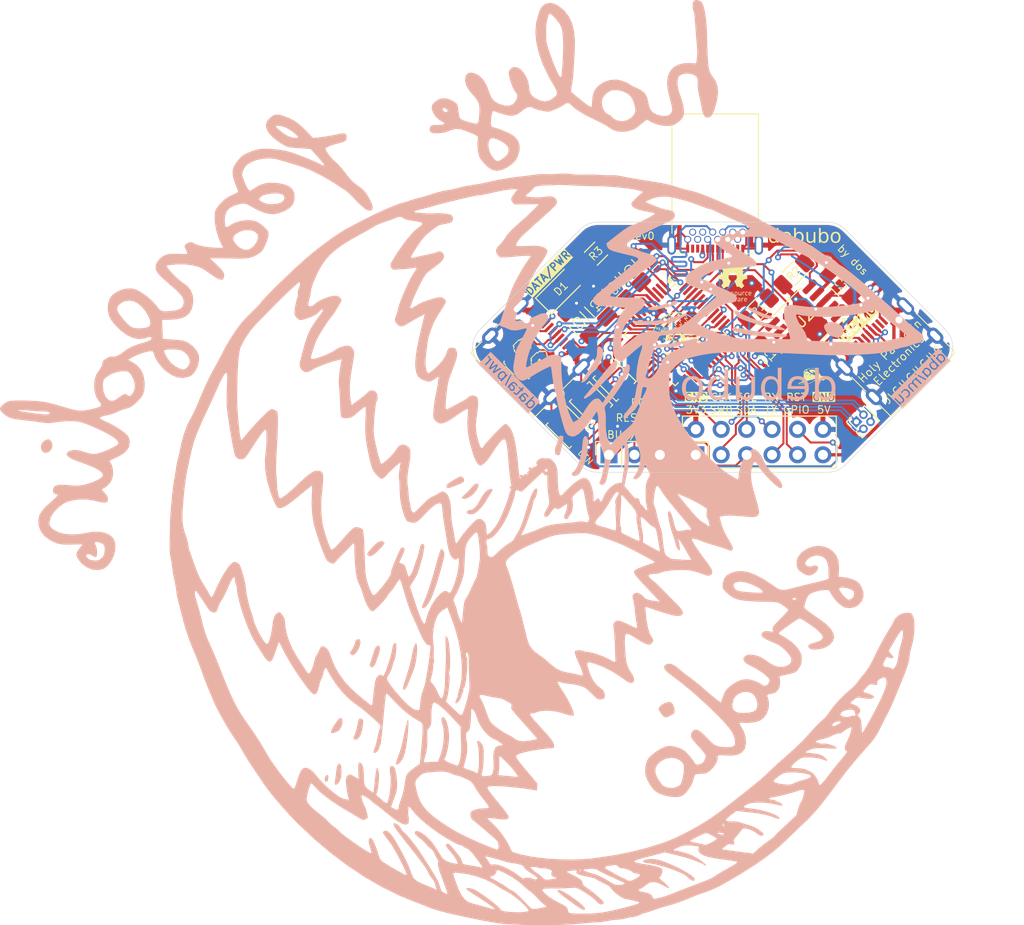
<source format=kicad_pcb>
(kicad_pcb
	(version 20240108)
	(generator "pcbnew")
	(generator_version "8.0")
	(general
		(thickness 1.6)
		(legacy_teardrops no)
	)
	(paper "A4")
	(layers
		(0 "F.Cu" signal)
		(1 "In1.Cu" power)
		(2 "In2.Cu" power)
		(31 "B.Cu" signal)
		(32 "B.Adhes" user "B.Adhesive")
		(33 "F.Adhes" user "F.Adhesive")
		(34 "B.Paste" user)
		(35 "F.Paste" user)
		(36 "B.SilkS" user "B.Silkscreen")
		(37 "F.SilkS" user "F.Silkscreen")
		(38 "B.Mask" user)
		(39 "F.Mask" user)
		(40 "Dwgs.User" user "User.Drawings")
		(41 "Cmts.User" user "User.Comments")
		(42 "Eco1.User" user "User.Eco1")
		(43 "Eco2.User" user "User.Eco2")
		(44 "Edge.Cuts" user)
		(45 "Margin" user)
		(46 "B.CrtYd" user "B.Courtyard")
		(47 "F.CrtYd" user "F.Courtyard")
		(48 "B.Fab" user)
		(49 "F.Fab" user)
		(50 "User.1" user)
		(51 "User.2" user)
		(52 "User.3" user)
		(53 "User.4" user)
		(54 "User.5" user)
		(55 "User.6" user)
		(56 "User.7" user)
		(57 "User.8" user)
		(58 "User.9" user)
	)
	(setup
		(stackup
			(layer "F.SilkS"
				(type "Top Silk Screen")
				(color "White")
			)
			(layer "F.Paste"
				(type "Top Solder Paste")
			)
			(layer "F.Mask"
				(type "Top Solder Mask")
				(color "Green")
				(thickness 0.01)
			)
			(layer "F.Cu"
				(type "copper")
				(thickness 0.035)
			)
			(layer "dielectric 1"
				(type "prepreg")
				(color "FR4 natural")
				(thickness 0.1)
				(material "FR4")
				(epsilon_r 4.5)
				(loss_tangent 0.02)
			)
			(layer "In1.Cu"
				(type "copper")
				(thickness 0.035)
			)
			(layer "dielectric 2"
				(type "core")
				(thickness 1.24)
				(material "FR4")
				(epsilon_r 4.5)
				(loss_tangent 0.02)
			)
			(layer "In2.Cu"
				(type "copper")
				(thickness 0.035)
			)
			(layer "dielectric 3"
				(type "prepreg")
				(thickness 0.1)
				(material "FR4")
				(epsilon_r 4.5)
				(loss_tangent 0.02)
			)
			(layer "B.Cu"
				(type "copper")
				(thickness 0.035)
			)
			(layer "B.Mask"
				(type "Bottom Solder Mask")
				(color "Green")
				(thickness 0.01)
			)
			(layer "B.Paste"
				(type "Bottom Solder Paste")
			)
			(layer "B.SilkS"
				(type "Bottom Silk Screen")
				(color "White")
			)
			(copper_finish "ENIG")
			(dielectric_constraints no)
		)
		(pad_to_mask_clearance 0)
		(allow_soldermask_bridges_in_footprints no)
		(pcbplotparams
			(layerselection 0x00010fc_ffffffff)
			(plot_on_all_layers_selection 0x0000000_00000000)
			(disableapertmacros no)
			(usegerberextensions yes)
			(usegerberattributes yes)
			(usegerberadvancedattributes yes)
			(creategerberjobfile yes)
			(dashed_line_dash_ratio 12.000000)
			(dashed_line_gap_ratio 3.000000)
			(svgprecision 4)
			(plotframeref no)
			(viasonmask no)
			(mode 1)
			(useauxorigin no)
			(hpglpennumber 1)
			(hpglpenspeed 20)
			(hpglpendiameter 15.000000)
			(pdf_front_fp_property_popups yes)
			(pdf_back_fp_property_popups yes)
			(dxfpolygonmode yes)
			(dxfimperialunits yes)
			(dxfusepcbnewfont yes)
			(psnegative no)
			(psa4output no)
			(plotreference yes)
			(plotvalue yes)
			(plotfptext yes)
			(plotinvisibletext no)
			(sketchpadsonfab no)
			(subtractmaskfromsilk yes)
			(outputformat 1)
			(mirror no)
			(drillshape 0)
			(scaleselection 1)
			(outputdirectory "gerbers/")
		)
	)
	(net 0 "")
	(net 1 "unconnected-(U1A-PB14-Pad26)")
	(net 2 "unconnected-(U1A-PF1-OSC_OUT-Pad9)")
	(net 3 "D+")
	(net 4 "D-")
	(net 5 "VBUS")
	(net 6 "unconnected-(U1A-PB4-Pad43)")
	(net 7 "unconnected-(U1A-PF0-OSC_IN-Pad8)")
	(net 8 "PD2_CC1")
	(net 9 "unconnected-(U1A-PB0-Pad19)")
	(net 10 "unconnected-(U1A-PB13-Pad25)")
	(net 11 "unconnected-(U1A-PC14-OSC32_IN-Pad2)")
	(net 12 "unconnected-(U1A-PC7-Pad31)")
	(net 13 "PD2_CC2")
	(net 14 "DBG_VBUS")
	(net 15 "DBG_D-")
	(net 16 "DBG_D+")
	(net 17 "Net-(J2-CC1)")
	(net 18 "Net-(J2-CC2)")
	(net 19 "SBU1")
	(net 20 "PD1_CC2")
	(net 21 "unconnected-(U1A-PB9-Pad48)")
	(net 22 "unconnected-(U1A-PA12[PA10]-Pad34)")
	(net 23 "unconnected-(U1A-PB12-Pad24)")
	(net 24 "PD1_CC1")
	(net 25 "unconnected-(U1A-PB8-Pad47)")
	(net 26 "SBU2")
	(net 27 "I2C_SCL")
	(net 28 "RESET")
	(net 29 "unconnected-(U1A-PB3-Pad42)")
	(net 30 "unconnected-(U1A-PC15-OSC32_OUT-Pad3)")
	(net 31 "SWDIO")
	(net 32 "I2C_SDA")
	(net 33 "BOOT")
	(net 34 "unconnected-(U1A-PB5-Pad44)")
	(net 35 "STM_RX")
	(net 36 "unconnected-(U1A-PB1-Pad20)")
	(net 37 "V3")
	(net 38 "STM_TX")
	(net 39 "Net-(U1B-VREF+)")
	(net 40 "Net-(D1-A)")
	(net 41 "GPIO")
	(net 42 "LED")
	(net 43 "BTN")
	(net 44 "SPI_MISO")
	(net 45 "SPI_MOSI")
	(net 46 "unconnected-(U1A-PA15-Pad37)")
	(net 47 "SPI_NSS")
	(net 48 "SPI_SCK")
	(net 49 "GND")
	(net 50 "BD+")
	(net 51 "BD-")
	(net 52 "VIO")
	(footprint "LOGO" (layer "F.Cu") (at 151.5 98.9))
	(footprint "Capacitor_SMD:C_1206_3216Metric_Pad1.33x1.80mm_HandSolder" (layer "F.Cu") (at 131.5951 90.0951 -45))
	(footprint "Button_Switch_SMD:SW_SPST_B3U-1000P" (layer "F.Cu") (at 127 103.95 135))
	(footprint "Debubo:SolderJumperSmol" (layer "F.Cu") (at 134.517157 86.717157 -45))
	(footprint "Capacitor_SMD:C_1206_3216Metric_Pad1.33x1.80mm_HandSolder" (layer "F.Cu") (at 129.8451 91.8451 135))
	(footprint "Capacitor_SMD:C_1206_3216Metric_Pad1.33x1.80mm_HandSolder" (layer "F.Cu") (at 147.25 96.75 135))
	(footprint "LOGO" (layer "F.Cu") (at 122.75 97.25 -45))
	(footprint "Capacitor_SMD:C_1206_3216Metric_Pad1.33x1.80mm_HandSolder" (layer "F.Cu") (at 154.25 89.75 135))
	(footprint "Capacitor_SMD:C_1206_3216Metric_Pad1.33x1.80mm_HandSolder" (layer "F.Cu") (at 133.25 88.3951 135))
	(footprint "Package_QFP:LQFP-48_7x7mm_P0.5mm" (layer "F.Cu") (at 137.75 94.75 -45))
	(footprint "Resistor_SMD:R_1206_3216Metric_Pad1.30x1.75mm_HandSolder" (layer "F.Cu") (at 149.596 88.654 45))
	(footprint "LOGO"
		(layer "F.Cu")
		(uuid "4785eff3-e543-4da4-b599-ea83da64dc85")
		(at 137.721624 94.35644)
		(property "Reference" "GPANG"
			(at 0 0 0)
			(layer "F.SilkS")
			(hide yes)
			(uuid "97468709-a4d4-4dba-b48b-3ea4b6fea43f")
			(effects
				(font
					(size 1.5 1.5)
					(thickness 0.3)
				)
			)
		)
		(property "Value" "LOGO"
			(at 0.75 0 0)
			(layer "F.SilkS")
			(hide yes)
			(uuid "6daeae5d-edac-4c57-9798-fda9de553c26")
			(effects
				(font
					(size 1.5 1.5)
					(thickness 0.3)
				)
			)
		)
		(property "Footprint" "LOGO"
			(at 0 0 0)
			(unlocked yes)
			(layer "F.Fab")
			(hide yes)
			(uuid "f22c43c4-e540-4514-ae0e-6121c9681813")
			(effects
				(font
					(size 1.27 1.27)
					(thickness 0.15)
				)
			)
		)
		(property "Datasheet" ""
			(at 0 0 0)
			(unlocked yes)
			(layer "F.Fab")
			(hide yes)
			(uuid "fc718c03-6242-424a-afe7-693a5f74999c")
			(effects
				(font
					(size 1.27 1.27)
					(thickness 0.15)
				)
			)
		)
		(property "Description" ""
			(at 0 0 0)
			(unlocked yes)
			(layer "F.Fab")
			(hide yes)
			(uuid "b837c190-3137-441e-b8ad-e8a1ef3dd34a")
			(effects
				(font
					(size 1.27 1.27)
					(thickness 0.15)
				)
			)
		)
		(attr board_only exclude_from_pos_files exclude_from_bom)
		(fp_poly
			(pts
				(xy 2.093733 0.587019) (xy 2.103678 0.595358) (xy 2.109433 0.604975) (xy 2.109011 0.610894) (xy 2.101548 0.616413)
				(xy 2.091148 0.612209) (xy 2.083789 0.605688) (xy 2.074338 0.593558) (xy 2.074319 0.58593) (xy 2.082928 0.583461)
			)
			(stroke
				(width 0)
				(type solid)
			)
			(fill solid)
			(layer "F.SilkS")
			(uuid "ac657206-7708-43c0-a1e8-c783de963f3a")
		)
		(fp_poly
			(pts
				(xy -1.932415 0.436049) (xy -1.925149 0.445848) (xy -1.923187 0.450927) (xy -1.917452 0.479205)
				(xy -1.921547 0.502697) (xy -1.926811 0.511926) (xy -1.936295 0.525842) (xy -1.942654 0.536292)
				(xy -1.953549 0.545756) (xy -1.969758 0.549436) (xy -1.986971 0.547105) (xy -2.000121 0.539323)
				(xy -2.009805 0.522618) (xy -2.011184 0.502562) (xy -2.005499 0.481498) (xy -1.993991 0.461765)
				(xy -1.977899 0.445707) (xy -1.958466 0.435664) (xy -1.944024 0.433465)
			)
			(stroke
				(width 0)
				(type solid)
			)
			(fill solid)
			(layer "F.SilkS")
			(uuid "1ebe9809-4fe8-4c80-ad44-ce21a3ff5c95")
		)
		(fp_poly
			(pts
				(xy 0.291162 -0.18097) (xy 0.305685 -0.178322) (xy 0.32908 -0.174645) (xy 0.354861 -0.172493) (xy 0.364242 -0.17226)
				(xy 0.383564 -0.17141) (xy 0.392622 -0.168339) (xy 0.392171 -0.162265) (xy 0.383209 -0.152623) (xy 0.367257 -0.144378)
				(xy 0.34474 -0.140389) (xy 0.319403 -0.140772) (xy 0.294995 -0.145644) (xy 0.284784 -0.149575) (xy 0.268497 -0.158373)
				(xy 0.262059 -0.16572) (xy 0.264617 -0.173162) (xy 0.269293 -0.177642) (xy 0.277661 -0.181298)
			)
			(stroke
				(width 0)
				(type solid)
			)
			(fill solid)
			(layer "F.SilkS")
			(uuid "219769a4-c93b-43b4-a94a-8eebe24ec2ae")
		)
		(fp_poly
			(pts
				(xy 1.821885 0.375303) (xy 1.845162 0.381754) (xy 1.854544 0.384657) (xy 1.878995 0.393796) (xy 1.892572 0.402369)
				(xy 1.89522 0.410274) (xy 1.886887 0.417409) (xy 1.874021 0.422022) (xy 1.859689 0.425906) (xy 1.850723 0.426988)
				(xy 1.841688 0.425099) (xy 1.828698 0.420612) (xy 1.813897 0.412722) (xy 1.801074 0.401406) (xy 1.792672 0.389451)
				(xy 1.791134 0.379644) (xy 1.791716 0.378415) (xy 1.797033 0.373819) (xy 1.806466 0.372719)
			)
			(stroke
				(width 0)
				(type solid)
			)
			(fill solid)
			(layer "F.SilkS")
			(uuid "2976cb09-dd76-4521-8f9e-39d240b55eb0")
		)
		(fp_poly
			(pts
				(xy 0.987596 -0.2862) (xy 0.993506 -0.285602) (xy 1.020791 -0.281808) (xy 1.037653 -0.276844) (xy 1.044762 -0.270205)
				(xy 1.042787 -0.261388) (xy 1.036218 -0.253508) (xy 1.029685 -0.248883) (xy 1.020052 -0.246328)
				(xy 1.005136 -0.245685) (xy 0.982751 -0.246796) (xy 0.9641 -0.248303) (xy 0.937224 -0.251982) (xy 0.921243 -0.257445)
				(xy 0.916065 -0.264782) (xy 0.9216 -0.274081) (xy 0.931031 -0.281306) (xy 0.939621 -0.285765) (xy 0.949999 -0.287935)
				(xy 0.965035 -0.288014)
			)
			(stroke
				(width 0)
				(type solid)
			)
			(fill solid)
			(layer "F.SilkS")
			(uuid "a1f3aeea-364e-44a6-9f33-acc2d70590f8")
		)
		(fp_poly
			(pts
				(xy 1.433889 0.081229) (xy 1.437538 0.084741) (xy 1.446012 0.09153) (xy 1.461055 0.098914) (xy 1.47839 0.105067)
				(xy 1.491993 0.107996) (xy 1.501064 0.113136) (xy 1.503106 0.122709) (xy 1.500918 0.132624) (xy 1.492209 0.136835)
				(xy 1.486436 0.137543) (xy 1.471083 0.136057) (xy 1.452373 0.130656) (xy 1.445713 0.127894) (xy 1.425516 0.116454)
				(xy 1.411517 0.104182) (xy 1.405188 0.092721) (xy 1.407025 0.084741) (xy 1.417199 0.078697) (xy 1.422937 0.077795)
			)
			(stroke
				(width 0)
				(type solid)
			)
			(fill solid)
			(layer "F.SilkS")
			(uuid "6b006c0c-942b-4a76-8d3f-47ad988798a7")
		)
		(fp_poly
			(pts
				(xy 1.98597 0.578947) (xy 1.999716 0.586146) (xy 2.015612 0.598914) (xy 2.018323 0.60152) (xy 2.035036 0.617572)
				(xy 2.051841 0.633055) (xy 2.060257 0.640461) (xy 2.073606 0.653431) (xy 2.077198 0.661703) (xy 2.071022 0.665921)
				(xy 2.059784 0.666812) (xy 2.042286 0.663123) (xy 2.023211 0.65116) (xy 2.018502 0.647268) (xy 2.001906 0.631055)
				(xy 1.987336 0.613288) (xy 1.976889 0.596854) (xy 1.972664 0.584638) (xy 1.972653 0.584194) (xy 1.976305 0.578052)
			)
			(stroke
				(width 0)
				(type solid)
			)
			(fill solid)
			(layer "F.SilkS")
			(uuid "30d1cda9-4e39-43c1-8c94-f16a6dbcccdc")
		)
		(fp_poly
			(pts
				(xy 1.360202 0.18516) (xy 1.378611 0.193839) (xy 1.392034 0.202524) (xy 1.41137 0.215377) (xy 1.430826 0.227522)
				(xy 1.440593 0.233199) (xy 1.455701 0.244315) (xy 1.461418 0.255232) (xy 1.461431 0.255724) (xy 1.457244 0.264409)
				(xy 1.446039 0.26658) (xy 1.429843 0.262176) (xy 1.419668 0.257) (xy 1.395418 0.24271) (xy 1.378606 0.232563)
				(xy 1.367037 0.22516) (xy 1.358518 0.2191) (xy 1.351383 0.213422) (xy 1.341313 0.201336) (xy 1.340855 0.192584)
				(xy 1.347848 0.184787)
			)
			(stroke
				(width 0)
				(type solid)
			)
			(fill solid)
			(layer "F.SilkS")
			(uuid "c0b9abc3-53e5-4895-a3cd-2521847c850b")
		)
		(fp_poly
			(pts
				(xy 0.413586 -0.283612) (xy 0.414676 -0.282817) (xy 0.421077 -0.27524) (xy 0.419885 -0.268359) (xy 0.410173 -0.261336)
				(xy 0.39101 -0.253331) (xy 0.376471 -0.248327) (xy 0.351583 -0.240272) (xy 0.334994 -0.235608) (xy 0.324499 -0.234101)
				(xy 0.317891 -0.23552) (xy 0.312963 -0.23963) (xy 0.311401 -0.241453) (xy 0.306511 -0.254333) (xy 0.310187 -0.266879)
				(xy 0.316736 -0.272492) (xy 0.326101 -0.275344) (xy 0.342994 -0.278954) (xy 0.363929 -0.282587)
				(xy 0.366055 -0.282914) (xy 0.389798 -0.285914) (xy 0.404926 -0.286148)
			)
			(stroke
				(width 0)
				(type solid)
			)
			(fill solid)
			(layer "F.SilkS")
			(uuid "ce4f3cb3-bef1-4aea-9e48-3a9138344b38")
		)
		(fp_poly
			(pts
				(xy 1.465457 2.002335) (xy 1.466299 2.012863) (xy 1.463751 2.032398) (xy 1.457782 2.061456) (xy 1.448391 2.10045)
				(xy 1.439302 2.135626) (xy 1.432071 2.161223) (xy 1.426245 2.178531) (xy 1.421372 2.188842) (xy 1.416998 2.193446)
				(xy 1.415587 2.193934) (xy 1.409002 2.192961) (xy 1.406238 2.185056) (xy 1.405863 2.175565) (xy 1.407516 2.157252)
				(xy 1.411981 2.132822) (xy 1.418517 2.104896) (xy 1.426384 2.076095) (xy 1.43484 2.049041) (xy 1.443145 2.026356)
				(xy 1.450557 2.010661) (xy 1.453717 2.006232) (xy 1.461253 2.000297)
			)
			(stroke
				(width 0)
				(type solid)
			)
			(fill solid)
			(layer "F.SilkS")
			(uuid "75941cb2-c3a2-4af2-b84f-9d45d51ae054")
		)
		(fp_poly
			(pts
				(xy -1.646773 0.06286) (xy -1.647219 0.069096) (xy -1.651096 0.082747) (xy -1.657409 0.101035) (xy -1.665165 0.12118)
				(xy -1.673369 0.140405) (xy -1.678071 0.1503) (xy -1.690145 0.170935) (xy -1.703588 0.188594) (xy -1.716348 0.200931)
				(xy -1.726375 0.2056) (xy -1.726417 0.2056) (xy -1.733136 0.203819) (xy -1.733713 0.202686) (xy -1.730957 0.196903)
				(xy -1.723687 0.184336) (xy -1.713393 0.167553) (xy -1.711899 0.165178) (xy -1.698673 0.142274)
				(xy -1.686187 0.11746) (xy -1.678352 0.099148) (xy -1.669389 0.079714) (xy -1.659885 0.066528) (xy -1.651271 0.061234)
			)
			(stroke
				(width 0)
				(type solid)
			)
			(fill solid)
			(layer "F.SilkS")
			(uuid "9e7d9363-affc-47c0-b36b-875cde412a35")
		)
		(fp_poly
			(pts
				(xy 1.723499 0.456051) (xy 1.739203 0.467998) (xy 1.743829 0.471833) (xy 1.762782 0.486328) (xy 1.782952 0.499741)
				(xy 1.793448 0.505734) (xy 1.809096 0.514494) (xy 1.815802 0.520953) (xy 1.814859 0.527138) (xy 1.810396 0.532338)
				(xy 1.804117 0.537064) (xy 1.796134 0.53802) (xy 1.782841 0.535264) (xy 1.774381 0.532889) (xy 1.761489 0.526592)
				(xy 1.744364 0.514893) (xy 1.726611 0.500266) (xy 1.725829 0.499555) (xy 1.709979 0.484461) (xy 1.701436 0.474265)
				(xy 1.698853 0.466892) (xy 1.700636 0.460717) (xy 1.706278 0.452942) (xy 1.713212 0.451209)
			)
			(stroke
				(width 0)
				(type solid)
			)
			(fill solid)
			(layer "F.SilkS")
			(uuid "ab5a3f2e-d8c6-4a58-93da-27bef9253d04")
		)
		(fp_poly
			(pts
				(xy -0.282151 -0.070954) (xy -0.269412 -0.062244) (xy -0.254826 -0.052441) (xy -0.243916 -0.045979)
				(xy -0.240111 -0.044454) (xy -0.231681 -0.040297) (xy -0.220931 -0.030318) (xy -0.211208 -0.018253)
				(xy -0.205861 -0.00784) (xy -0.205601 -0.005927) (xy -0.209338 0.002826) (xy -0.217344 0.009681)
				(xy -0.224115 0.010705) (xy -0.228743 0.007533) (xy -0.239967 -0.000382) (xy -0.255126 -0.011162)
				(xy -0.273362 -0.024805) (xy -0.289987 -0.038304) (xy -0.299417 -0.046837) (xy -0.308417 -0.056701)
				(xy -0.310015 -0.062999) (xy -0.304999 -0.069681) (xy -0.304142 -0.070543) (xy -0.298052 -0.075501)
				(xy -0.291743 -0.075882)
			)
			(stroke
				(width 0)
				(type solid)
			)
			(fill solid)
			(layer "F.SilkS")
			(uuid "2064a8c6-da98-440b-82ba-6b895f9443d5")
		)
		(fp_poly
			(pts
				(xy 1.502965 0.647207) (xy 1.51445 0.655298) (xy 1.533024 0.669195) (xy 1.559134 0.689234) (xy 1.593224 0.715752)
				(xy 1.613008 0.731236) (xy 1.633292 0.745746) (xy 1.658081 0.761536) (xy 1.680923 0.774594) (xy 1.699194 0.78506)
				(xy 1.712858 0.794381) (xy 1.719527 0.800884) (xy 1.71982 0.801857) (xy 1.715135 0.807802) (xy 1.702904 0.809675)
				(xy 1.685868 0.807614) (xy 1.666767 0.801756) (xy 1.660132 0.79885) (xy 1.637266 0.785403) (xy 1.609897 0.764578)
				(xy 1.5774 0.73585) (xy 1.539147 0.698695) (xy 1.532732 0.692218) (xy 1.512594 0.671228) (xy 1.500216 0.656836)
				(xy 1.495038 0.648272) (xy 1.4965 0.644766) (xy 1.498122 0.644585)
			)
			(stroke
				(width 0)
				(type solid)
			)
			(fill solid)
			(layer "F.SilkS")
			(uuid "8c4e9124-530b-4685-a3a7-5ca136c6afa3")
		)
		(fp_poly
			(pts
				(xy -0.394818 0.026768) (xy -0.378783 0.039138) (xy -0.367441 0.050654) (xy -0.343563 0.074357)
				(xy -0.317013 0.096232) (xy -0.289697 0.115134) (xy -0.26352 0.129913) (xy -0.240386 0.139424) (xy -0.2222 0.142518)
				(xy -0.216446 0.141612) (xy -0.207342 0.142927) (xy -0.202548 0.150711) (xy -0.203924 0.160593)
				(xy -0.206786 0.164315) (xy -0.224012 0.173494) (xy -0.24403 0.173072) (xy -0.250055 0.170978) (xy -0.263018 0.165368)
				(xy -0.281211 0.157457) (xy -0.29323 0.152216) (xy -0.310503 0.142602) (xy -0.331629 0.127821) (xy -0.354228 0.109912)
				(xy -0.375919 0.09091) (xy -0.394321 0.072852) (xy -0.407055 0.057775) (xy -0.410668 0.051741) (xy -0.416283 0.034388)
				(xy -0.414735 0.024422) (xy -0.407191 0.021872)
			)
			(stroke
				(width 0)
				(type solid)
			)
			(fill solid)
			(layer "F.SilkS")
			(uuid "fec170a4-69cc-467a-8e5e-3f1a230f8936")
		)
		(fp_poly
			(pts
				(xy 0.265586 -0.103844) (xy 0.29326 -0.096543) (xy 0.313957 -0.088909) (xy 0.34638 -0.077656) (xy 0.371124 -0.07296)
				(xy 0.389405 -0.074712) (xy 0.400832 -0.081247) (xy 0.4117 -0.086687) (xy 0.422103 -0.085908) (xy 0.427707 -0.079476)
				(xy 0.427871 -0.077717) (xy 0.424252 -0.070049) (xy 0.41542 -0.059305) (xy 0.414232 -0.058094) (xy 0.403453 -0.050048)
				(xy 0.389706 -0.045864) (xy 0.370733 -0.045332) (xy 0.344281 -0.048245) (xy 0.330797 -0.050379)
				(xy 0.312194 -0.054198) (xy 0.296683 -0.058589) (xy 0.2919 -0.060495) (xy 0.280424 -0.064974) (xy 0.26271 -0.070736)
				(xy 0.248665 -0.074828) (xy 0.228386 -0.081441) (xy 0.21862 -0.087481) (xy 0.218832 -0.093579) (xy 0.227462 -0.099827)
				(xy 0.244201 -0.104869)
			)
			(stroke
				(width 0)
				(type solid)
			)
			(fill solid)
			(layer "F.SilkS")
			(uuid "aa57f71c-03df-4b13-9366-b692924adf74")
		)
		(fp_poly
			(pts
				(xy 0.688605 -0.011353) (xy 0.701975 -0.003788) (xy 0.721271 0.008305) (xy 0.744938 0.023957) (xy 0.767458 0.039424)
				(xy 0.826809 0.080025) (xy 0.878204 0.113407) (xy 0.921964 0.139766) (xy 0.958407 0.159302) (xy 0.968927 0.164305)
				(xy 0.987478 0.174007) (xy 0.996063 0.181753) (xy 0.996564 0.18643) (xy 0.988945 0.192856) (xy 0.973157 0.19307)
				(xy 0.948848 0.187033) (xy 0.924315 0.178183) (xy 0.907592 0.170196) (xy 0.883899 0.156993) (xy 0.855265 0.139887)
				(xy 0.823714 0.120187) (xy 0.791275 0.099205) (xy 0.759973 0.078252) (xy 0.731836 0.058637) (xy 0.70889 0.041673)
				(xy 0.693207 0.028711) (xy 0.682906 0.015382) (xy 0.678041 0.001283) (xy 0.679499 -0.010023) (xy 0.682717 -0.013419)
			)
			(stroke
				(width 0)
				(type solid)
			)
			(fill solid)
			(layer "F.SilkS")
			(uuid "8db06e1b-b52d-4d45-93b6-869ea0c98fa3")
		)
		(fp_poly
			(pts
				(xy 1.174462 0.325643) (xy 1.189649 0.334338) (xy 1.206815 0.346341) (xy 1.222795 0.359614) (xy 1.223649 0.360408)
				(xy 1.241211 0.375015) (xy 1.267123 0.393982) (xy 1.299981 0.416348) (xy 1.338381 0.441148) (xy 1.369781 0.46065)
				(xy 1.388205 0.473468) (xy 1.397243 0.483444) (xy 1.396588 0.49006) (xy 1.388732 0.492601) (xy 1.380305 0.490502)
				(xy 1.365211 0.484199) (xy 1.34645 0.474968) (xy 1.343023 0.473152) (xy 1.319133 0.460353) (xy 1.293981 0.446883)
				(xy 1.274581 0.436499) (xy 1.256804 0.425398) (xy 1.237379 0.410686) (xy 1.217639 0.393743) (xy 1.198918 0.375952)
				(xy 1.182547 0.358694) (xy 1.169859 0.343349) (xy 1.162187 0.331301) (xy 1.160864 0.32393) (xy 1.164419 0.322293)
			)
			(stroke
				(width 0)
				(type solid)
			)
			(fill solid)
			(layer "F.SilkS")
			(uuid "2a39b8c1-5611-4ea6-845e-23816d860d9a")
		)
		(fp_poly
			(pts
				(xy -0.827971 -0.209095) (xy -0.813612 -0.207488) (xy -0.792779 -0.20421) (xy -0.764276 -0.199139)
				(xy -0.726905 -0.192155) (xy -0.694597 -0.186018) (xy -0.661235 -0.17971) (xy -0.629973 -0.173885)
				(xy -0.603147 -0.168972) (xy -0.583096 -0.1654) (xy -0.573737 -0.163832) (xy -0.557549 -0.159956)
				(xy -0.550571 -0.155243) (xy -0.553519 -0.150501) (xy -0.559845 -0.148114) (xy -0.597189 -0.142649)
				(xy -0.639029 -0.144932) (xy -0.657216 -0.147259) (xy -0.682781 -0.150142) (xy -0.712031 -0.153178)
				(xy -0.735631 -0.15545) (xy -0.762647 -0.158354) (xy -0.786464 -0.16166) (xy -0.804391 -0.164948)
				(xy -0.813426 -0.167622) (xy -0.833021 -0.180726) (xy -0.843328 -0.194579) (xy -0.844629 -0.201246)
				(xy -0.844187 -0.205107) (xy -0.842061 -0.207783) (xy -0.837055 -0.209153)
			)
			(stroke
				(width 0)
				(type solid)
			)
			(fill solid)
			(layer "F.SilkS")
			(uuid "7846a38d-13d3-45fb-b3b8-ac7eea47cadf")
		)
		(fp_poly
			(pts
				(xy -1.572707 0.027122) (xy -1.570004 0.03947) (xy -1.569862 0.055766) (xy -1.572529 0.072099) (xy -1.578621 0.086904)
				(xy -1.590379 0.108737) (xy -1.60667 0.135838) (xy -1.626363 0.166442) (xy -1.648325 0.198788) (xy -1.671424 0.231112)
				(xy -1.693067 0.259779) (xy -1.71196 0.283295) (xy -1.725372 0.298073) (xy -1.733949 0.304646) (xy -1.738337 0.303548)
				(xy -1.739269 0.297894) (xy -1.736202 0.289467) (xy -1.72826 0.275608) (xy -1.719869 0.263164) (xy -1.696231 0.230008)
				(xy -1.677712 0.203286) (xy -1.662753 0.180553) (xy -1.64979 0.159362) (xy -1.637263 0.137269) (xy -1.62535 0.11512)
				(xy -1.613257 0.091375) (xy -1.603425 0.070364) (xy -1.596921 0.054484) (xy -1.594793 0.046475)
				(xy -1.591477 0.034326) (xy -1.583837 0.024764) (xy -1.577614 0.022227)
			)
			(stroke
				(width 0)
				(type solid)
			)
			(fill solid)
			(layer "F.SilkS")
			(uuid "30de9b28-1281-4ef3-b6e0-8562456619fa")
		)
		(fp_poly
			(pts
				(xy -1.189611 -0.319266) (xy -1.188677 -0.318487) (xy -1.189128 -0.312144) (xy -1.196811 -0.302514)
				(xy -1.209254 -0.291725) (xy -1.223985 -0.281907) (xy -1.238533 -0.275191) (xy -1.23916 -0.27499)
				(xy -1.252771 -0.269223) (xy -1.26941 -0.260248) (xy -1.27378 -0.257578) (xy -1.28833 -0.249498)
				(xy -1.299993 -0.2449) (xy -1.302625 -0.244498) (xy -1.311854 -0.241577) (xy -1.313766 -0.239605)
				(xy -1.322097 -0.234348) (xy -1.335431 -0.231615) (xy -1.347767 -0.232383) (xy -1.350648 -0.233603)
				(xy -1.35435 -0.240964) (xy -1.353275 -0.244173) (xy -1.345818 -0.250142) (xy -1.331071 -0.258206)
				(xy -1.312263 -0.266877) (xy -1.292623 -0.274667) (xy -1.275381 -0.280088) (xy -1.275279 -0.280113)
				(xy -1.258987 -0.286437) (xy -1.24252 -0.296024) (xy -1.241938 -0.296444) (xy -1.217804 -0.312341)
				(xy -1.200273 -0.319985)
			)
			(stroke
				(width 0)
				(type solid)
			)
			(fill solid)
			(layer "F.SilkS")
			(uuid "e3156611-c05e-4ac7-b329-8a1839c879ca")
		)
		(fp_poly
			(pts
				(xy -1.067143 -0.312935) (xy -1.0669 -0.310476) (xy -1.070969 -0.303113) (xy -1.081936 -0.290616)
				(xy -1.097943 -0.274693) (xy -1.117132 -0.257051) (xy -1.137644 -0.239399) (xy -1.157621 -0.223445)
				(xy -1.175204 -0.210898) (xy -1.175257 -0.210864) (xy -1.192876 -0.199202) (xy -1.207348 -0.189279)
				(xy -1.21561 -0.183196) (xy -1.21572 -0.183103) (xy -1.229129 -0.174514) (xy -1.248076 -0.165941)
				(xy -1.270278 -0.15798) (xy -1.293455 -0.151228) (xy -1.315325 -0.146281) (xy -1.333607 -0.143737)
				(xy -1.346019 -0.14419) (xy -1.350296 -0.14791) (xy -1.345445 -0.151808) (xy -1.332258 -0.158674)
				(xy -1.312784 -0.167518) (xy -1.290531 -0.176772) (xy -1.227823 -0.205464) (xy -1.174177 -0.238052)
				(xy -1.127911 -0.275587) (xy -1.11954 -0.283637) (xy -1.099388 -0.301926) (xy -1.083318 -0.313221)
				(xy -1.072261 -0.317049)
			)
			(stroke
				(width 0)
				(type solid)
			)
			(fill solid)
			(layer "F.SilkS")
			(uuid "10b1cf3e-69a6-4d0a-bd43-e0bd2cf87a8a")
		)
		(fp_poly
			(pts
				(xy 0.961002 2.19818) (xy 0.959021 2.207045) (xy 0.949464 2.220169) (xy 0.941332 2.228564) (xy 0.924047 2.247471)
				(xy 0.904913 2.272271) (xy 0.88511 2.300977) (xy 0.865817 2.331602) (xy 0.848211 2.362159) (xy 0.833472 2.39066)
				(xy 0.822778 2.415117) (xy 0.817309 2.433543) (xy 0.816845 2.438459) (xy 0.815084 2.453361) (xy 0.810737 2.468471)
				(xy 0.805207 2.479914) (xy 0.800394 2.483876) (xy 0.793765 2.480467) (xy 0.790943 2.477978) (xy 0.788761 2.468634)
				(xy 0.791312 2.451295) (xy 0.7979 2.427665) (xy 0.807831 2.399449) (xy 0.820408 2.368349) (xy 0.834938 2.33607)
				(xy 0.850724 2.304315) (xy 0.867073 2.274788) (xy 0.883288 2.249193) (xy 0.885681 2.245776) (xy 0.899308 2.230148)
				(xy 0.916564 2.215089) (xy 0.934338 2.202883) (xy 0.949521 2.195819) (xy 0.954863 2.194924)
			)
			(stroke
				(width 0)
				(type solid)
			)
			(fill solid)
			(layer "F.SilkS")
			(uuid "01551c69-6e29-4c37-a8cb-88ed8f939d3b")
		)
		(fp_poly
			(pts
				(xy -1.495502 0.100126) (xy -1.494772 0.103484) (xy -1.498673 0.115409) (xy -1.509684 0.133577)
				(xy -1.526761 0.156679) (xy -1.548862 0.183402) (xy -1.574944 0.212437) (xy -1.603965 0.242472)
				(xy -1.610261 0.24871) (xy -1.6422 0.279829) (xy -1.667385 0.303622) (xy -1.686722 0.320818) (xy -1.701118 0.332142)
				(xy -1.711479 0.338322) (xy -1.71871 0.340085) (xy -1.722681 0.338913) (xy -1.724723 0.337076) (xy -1.72499 0.334284)
				(xy -1.722709 0.329656) (xy -1.717105 0.322316) (xy -1.707403 0.311384) (xy -1.69283 0.295982) (xy -1.672611 0.275232)
				(xy -1.645972 0.248254) (xy -1.617425 0.219492) (xy -1.597086 0.197609) (xy -1.575244 0.171918)
				(xy -1.556534 0.147876) (xy -1.556081 0.147254) (xy -1.542555 0.128703) (xy -1.531078 0.113133)
				(xy -1.523549 0.103115) (xy -1.522211 0.101411) (xy -1.512855 0.095432) (xy -1.502407 0.095121)
			)
			(stroke
				(width 0)
				(type solid)
			)
			(fill solid)
			(layer "F.SilkS")
			(uuid "696d98d2-0c7a-4ea1-8161-0b6e94a12a6c")
		)
		(fp_poly
			(pts
				(xy -0.800957 -0.329451) (xy -0.790147 -0.317255) (xy -0.783158 -0.308956) (xy -0.776097 -0.302233)
				(xy -0.767288 -0.296312) (xy -0.755058 -0.29042) (xy -0.737732 -0.283782) (xy -0.713638 -0.275624)
				(xy -0.6811 -0.265174) (xy -0.669591 -0.261523) (xy -0.64043 -0.252305) (xy -0.620375 -0.245894)
				(xy -0.607969 -0.241641) (xy -0.601756 -0.2389) (xy -0.600278 -0.237021) (xy -0.602079 -0.235357)
				(xy -0.605702 -0.23326) (xy -0.605844 -0.233171) (xy -0.619146 -0.228769) (xy -0.637705 -0.230093)
				(xy -0.658581 -0.235569) (xy -0.678465 -0.239611) (xy -0.698322 -0.240457) (xy -0.701059 -0.240215)
				(xy -0.713818 -0.239912) (xy -0.727989 -0.242481) (xy -0.745834 -0.248646) (xy -0.769619 -0.259136)
				(xy -0.788944 -0.268426) (xy -0.811628 -0.283447) (xy -0.824373 -0.301065) (xy -0.826656 -0.320492)
				(xy -0.825929 -0.324067) (xy -0.820586 -0.335759) (xy -0.812468 -0.337593)
			)
			(stroke
				(width 0)
				(type solid)
			)
			(fill solid)
			(layer "F.SilkS")
			(uuid "e7bbed64-ffca-404b-a0cf-49fd67e1685b")
		)
		(fp_poly
			(pts
				(xy 0.187374 -1.866634) (xy 0.225124 -1.865443) (xy 0.266749 -1.8636) (xy 0.310744 -1.861217) (xy 0.355604 -1.858406)
				(xy 0.399821 -1.855279) (xy 0.44189 -1.85195) (xy 0.480305 -1.84853) (xy 0.51356 -1.845131) (xy 0.540148 -1.841866)
				(xy 0.558564 -1.838848) (xy 0.567103 -1.83632) (xy 0.573597 -1.835176) (xy 0.589074 -1.833486) (xy 0.611428 -1.831452)
				(xy 0.638552 -1.829276) (xy 0.647833 -1.828587) (xy 0.685621 -1.825287) (xy 0.717737 -1.820965)
				(xy 0.748785 -1.814782) (xy 0.783368 -1.805899) (xy 0.802953 -1.80032) (xy 0.833475 -1.791062) (xy 0.862675 -1.781536)
				(xy 0.88766 -1.772729) (xy 0.905537 -1.76563) (xy 0.908532 -1.76425) (xy 0.924119 -1.757266) (xy 0.947262 -1.747589)
				(xy 0.975094 -1.736387) (xy 1.00475 -1.72483) (xy 1.011332 -1.722319) (xy 1.078644 -1.695375) (xy 1.140656 -1.667415)
				(xy 1.203073 -1.635848) (xy 1.211376 -1.631418) (xy 1.246246 -1.613437) (xy 1.282021 -1.596245)
				(xy 1.315299 -1.581416) (xy 1.342679 -1.570522) (xy 1.344553 -1.569853) (xy 1.369242 -1.559054)
				(xy 1.3992 -1.542756) (xy 1.431387 -1.522835) (xy 1.462759 -1.501171) (xy 1.489214 -1.480538) (xy 1.50819 -1.465073)
				(xy 1.526076 -1.451349) (xy 1.539604 -1.441852) (xy 1.541783 -1.440511) (xy 1.554201 -1.431884)
				(xy 1.571054 -1.418469) (xy 1.588729 -1.403144) (xy 1.589016 -1.402883) (xy 1.608676 -1.385421)
				(xy 1.629361 -1.36769) (xy 1.644804 -1.354974) (xy 1.659428 -1.342432) (xy 1.679459 -1.324019) (xy 1.703268 -1.301357)
				(xy 1.729226 -1.276069) (xy 1.755702 -1.249777) (xy 1.781067 -1.224105) (xy 1.803692 -1.200676)
				(xy 1.821946 -1.181111) (xy 1.8342 -1.167034) (xy 1.836447 -1.164144) (xy 1.847252 -1.15067) (xy 1.8633 -1.132018)
				(xy 1.882125 -1.111014) (xy 1.895407 -1.096665) (xy 1.914762 -1.074785) (xy 1.932796 -1.052147)
				(xy 1.947028 -1.031977) (xy 1.9531 -1.021649) (xy 1.965571 -0.99901) (xy 1.980211 -0.974906) (xy 1.987324 -0.9641)
				(xy 2.000058 -0.944061) (xy 2.01416 -0.919689) (xy 2.02497 -0.899375) (xy 2.037266 -0.876358) (xy 2.05082 -0.853078)
				(xy 2.06141 -0.836514) (xy 2.07324 -0.817388) (xy 2.086165 -0.79357) (xy 2.0959 -0.773433) (xy 2.104999 -0.753627)
				(xy 2.117395 -0.727324) (xy 2.131444 -0.69798) (xy 2.145239 -0.669591) (xy 2.164225 -0.627315) (xy 2.183413 -0.57814)
				(xy 2.201241 -0.526143) (xy 2.205902 -0.511223) (xy 2.217046 -0.47567) (xy 2.229102 -0.438822) (xy 2.240912 -0.404114)
				(xy 2.251319 -0.374984) (xy 2.255486 -0.363969) (xy 2.265771 -0.336612) (xy 2.275591 -0.308928)
				(xy 2.283493 -0.28508) (xy 2.286509 -0.27506) (xy 2.293492 -0.251624) (xy 2.302158 -0.224273) (xy 2.309311 -0.202822)
				(xy 2.317045 -0.176892) (xy 2.325489 -0.142829) (xy 2.334076 -0.103542) (xy 2.342237 -0.061938)
				(xy 2.349406 -0.020926) (xy 2.355013 0.016586) (xy 2.358493 0.047692) (xy 2.358677 0.050011) (xy 2.361489 0.077769)
				(xy 2.36585 0.110633) (xy 2.370971 0.142845) (xy 2.37278 0.152811) (xy 2.377946 0.183286) (xy 2.383137 0.219208)
				(xy 2.387572 0.254938) (xy 2.389386 0.272282) (xy 2.392476 0.30355) (xy 2.395873 0.336181) (xy 2.399078 0.365456)
				(xy 2.400784 0.380133) (xy 2.403696 0.414604) (xy 2.405369 0.457672) (xy 2.405826 0.506892) (xy 2.405092 0.559818)
				(xy 2.403188 0.614007) (xy 2.40014 0.667012) (xy 2.397758 0.697375) (xy 2.38265 0.827937) (xy 2.36058 0.955895)
				(xy 2.331912 1.079982) (xy 2.297012 1.19893) (xy 2.256246 1.31147) (xy 2.20998 1.416334) (xy 2.167049 1.497707)
				(xy 2.15236 1.523619) (xy 2.139149 1.547444) (xy 2.128693 1.56684) (xy 2.122272 1.579466) (xy 2.121547 1.581058)
				(xy 2.114077 1.595017) (xy 2.101298 1.61559) (xy 2.084689 1.640592) (xy 2.065724 1.667836) (xy 2.045883 1.695135)
				(xy 2.032938 1.712233) (xy 1.991344 1.765887) (xy 1.955586 1.811457) (xy 1.924932 1.849828) (xy 1.898652 1.881881)
				(xy 1.876014 1.9085) (xy 1.856286 1.930567) (xy 1.838737 1.948965) (xy 1.828177 1.959351) (xy 1.751173 2.030605)
				(xy 1.67177 2.099455) (xy 1.592344 2.163941) (xy 1.515273 2.222105) (xy 1.475322 2.250296) (xy 1.450577 2.267458)
				(xy 1.42836 2.28318) (xy 1.410666 2.296028) (xy 1.399492 2.304564) (xy 1.397528 2.306235) (xy 1.386779 2.314147)
				(xy 1.370002 2.324515) (xy 1.353838 2.333481) (xy 1.333551 2.345012) (xy 1.314586 2.357254) (xy 1.303827 2.365317)
				(xy 1.28747 2.376925) (xy 1.26765 2.388131) (xy 1.261387 2.391086) (xy 1.243328 2.399997) (xy 1.227438 2.409382)
				(xy 1.223003 2.412534) (xy 1.210095 2.419929) (xy 1.191394 2.427677) (xy 1.178549 2.431857) (xy 1.160697 2.437405)
				(xy 1.147073 2.442424) (xy 1.141916 2.445005) (xy 1.134257 2.448834) (xy 1.119148 2.45504) (xy 1.099646 2.462377)
				(xy 1.096629 2.463463) (xy 1.072079 2.47291) (xy 1.043138 2.485018) (xy 1.015346 2.497454) (xy 1.010499 2.499735)
				(xy 0.985575 2.510594) (xy 0.954373 2.522755) (xy 0.921328 2.534546) (xy 0.897418 2.542322) (xy 0.868344 2.551568)
				(xy 0.839924 2.561115) (xy 0.815614 2.569773) (xy 0.800175 2.575794) (xy 0.775468 2.585436) (xy 0.748639 2.59413)
				(xy 0.718091 2.60224) (xy 0.682227 2.610132) (xy 0.639449 2.61817) (xy 0.588161 2.626717) (xy 0.552899 2.632202)
				(xy 0.46896 2.643625) (xy 0.393258 2.650914) (xy 0.323757 2.65418) (xy 0.258423 2.65353) (xy 0.211157 2.650558)
				(xy 0.187363 2.648735) (xy 0.156282 2.646656) (xy 0.121728 2.644562) (xy 0.087517 2.642694) (xy 0.083351 2.642483)
				(xy 0.052025 2.640526) (xy 0.021544 2.637696) (xy -0.009749 2.633701) (xy -0.043511 2.628248) (xy -0.081401 2.621044)
				(xy -0.125074 2.611799) (xy -0.176189 2.600218) (xy -0.235146 2.586311) (xy -0.325638 2.566173)
				(xy -0.415558 2.549351) (xy -0.510493 2.53481) (xy -0.518599 2.533696) (xy -0.556551 2.527464) (xy -0.588353 2.519494)
				(xy -0.618963 2.508428) (xy -0.632916 2.502415) (xy -0.651401 2.494326) (xy -0.676384 2.483637)
				(xy -0.704077 2.471961) (xy -0.72238 2.464339) (xy -0.750631 2.452184) (xy -0.779473 2.439001) (xy -0.804739 2.426731)
				(xy -0.816846 2.420396) (xy -0.838654 2.408641) (xy -0.8657 2.394342) (xy -0.893301 2.379967) (xy -0.902975 2.374991)
				(xy -0.948631 2.350923) (xy -0.987095 2.32922) (xy -1.017604 2.310356) (xy -1.039393 2.294802) (xy -1.050369 2.284305)
				(xy -0.857139 2.284305) (xy -0.856756 2.294328) (xy -0.848674 2.308559) (xy -0.840584 2.318331)
				(xy -0.829058 2.327871) (xy -0.812247 2.338375) (xy -0.7883 2.35104) (xy -0.766143 2.361907) (xy -0.743122 2.372529)
				(xy -0.715193 2.384708) (xy -0.684259 2.397693) (xy -0.652225 2.410731) (xy -0.620995 2.423067)
				(xy -0.592472 2.43395) (xy -0.568563 2.442626) (xy -0.551169 2.448342) (xy -0.542494 2.450343) (xy -0.540992 2.447164)
				(xy -0.543126 2.44359) (xy -0.56249 2.418607) (xy -0.575605 2.400335) (xy -0.583452 2.387041) (xy -0.584473 2.384155)
				(xy -0.511223 2.384155) (xy -0.506653 2.390338) (xy -0.494711 2.399636) (xy -0.478051 2.410369)
				(xy -0.459327 2.420855) (xy -0.441191 2.429414) (xy -0.437406 2.430925) (xy -0.414701 2.441922)
				(xy -0.400437 2.45393) (xy -0.395707 2.465903) (xy -0.396542 2.469988) (xy -0.397827 2.474595) (xy -0.396548 2.478172)
				(xy -0.391109 2.481274) (xy -0.379918 2.484456) (xy -0.361379 2.488271) (xy -0.333898 2.493274)
				(xy -0.325055 2.494844) (xy -0.294185 2.500608) (xy -0.261655 2.507158) (xy -0.232413 2.51348) (xy -0.219493 2.516499)
				(xy -0.196051 2.521727) (xy -0.174464 2.525716) (xy -0.158795 2.527729) (xy -0.156851 2.527826)
				(xy -0.144808 2.527631) (xy -0.141921 2.524572) (xy -0.146249 2.516378) (xy -0.146598 2.515828)
				(xy -0.15379 2.498814) (xy -0.155595 2.489906) (xy -0.05279 2.489906) (xy -0.048385 2.496768) (xy -0.037237 2.50664)
				(xy -0.022448 2.517374) (xy -0.007116 2.526819) (xy 0.005658 2.532826) (xy 0.010643 2.533887) (xy 0.019119 2.536878)
				(xy 0.033334 2.544679) (xy 0.048557 2.554495) (xy 0.078478 2.575103) (xy 0.168046 2.579575) (xy 0.198469 2.581276)
				(xy 0.224863 2.583095) (xy 0.245287 2.584871) (xy 0.257804 2.586444) (xy 0.26078 2.587279) (xy 0.267557 2.588351)
				(xy 0.281948 2.58786) (xy 0.297287 2.586324) (xy 0.319575 2.584429) (xy 0.347351 2.583324) (xy 0.375003 2.583221)
				(xy 0.37786 2.583281) (xy 0.425093 2.584425) (xy 0.446667 2.561068) (xy 0.531278 2.561068) (xy 0.532266 2.563546)
				(xy 0.537236 2.564466) (xy 0.547559 2.563726) (xy 0.564606 2.56122) (xy 0.589745 2.556846) (xy 0.624348 2.550501)
				(xy 0.626808 2.550045) (xy 0.652242 2.545579) (xy 0.674897 2.542042) (xy 0.691718 2.539888) (xy 0.69814 2.539444)
				(xy 0.70885 2.537631) (xy 0.727295 2.532706) (xy 0.750795 2.525444) (xy 0.774263 2.517473) (xy 0.824357 2.49982)
				(xy 0.866147 2.485308) (xy 0.901749 2.473214) (xy 0.933281 2.462816) (xy 0.952986 2.456502) (xy 0.980538 2.446929)
				(xy 1.006264 2.436469) (xy 1.0284 2.426021) (xy 1.045186 2.416487) (xy 1.054858 2.408764) (xy 1.055895 2.403967)
				(xy 1.050312 2.391153) (xy 1.052616 2.374157) (xy 1.055224 2.369197) (xy 1.135455 2.369197) (xy 1.136779 2.372371)
				(xy 1.142525 2.372741) (xy 1.150491 2.370351) (xy 1.16668 2.363687) (xy 1.189409 2.353506) (xy 1.216992 2.340568)
				(xy 1.247745 2.325629) (xy 1.252949 2.323053) (xy 1.292771 2.302898) (xy 1.324874 2.285597) (xy 1.351753 2.26963)
				(xy 1.375905 2.253473) (xy 1.399825 2.235605) (xy 1.41142 2.226407) (xy 1.43461 2.20745) (xy 1.455989 2.189442)
				(xy 1.473343 2.174285) (xy 1.484455 2.163879) (xy 1.485275 2.163028) (xy 1.494894 2.152062) (xy 1.497608 2.14439)
				(xy 1.494312 2.135389) (xy 1.491569 2.13048) (xy 1.48768 2.122921) (xy 1.486097 2.11578) (xy 1.487291 2.106712)
				(xy 1.491733 2.093373) (xy 1.499892 2.073419) (xy 1.505819 2.059514) (xy 1.51572 2.034001) (xy 1.576667 2.034001)
				(xy 1.603789 2.019818) (xy 1.621628 2.009905) (xy 1.637121 2.00031) (xy 1.643064 1.99609) (xy 1.648647 1.990537)
				(xy 1.652461 1.982762) (xy 1.655023 1.970451) (xy 1.655149 1.969127) (xy 1.671868 1.969127) (xy 1.67398 1.980874)
				(xy 1.677308 1.983767) (xy 1.684277 1.980891) (xy 1.696943 1.973532) (xy 1.705981 1.967681) (xy 1.721324 1.956045)
				(xy 1.740741 1.939469) (xy 1.760638 1.921058) (xy 1.765519 1.916281) (xy 1.782557 1.898941) (xy 1.792827 1.886864)
				(xy 1.797725 1.877777) (xy 1.798652 1.869406) (xy 1.797866 1.86369) (xy 1.79804 1.851373) (xy 1.800999 1.83065)
				(xy 1.80625 1.80373) (xy 1.813299 1.772828) (xy 1.821652 1.740153) (xy 1.830817 1.707917) (xy 1.837076 1.687939)
				(xy 1.843782 1.673023) (xy 1.853032 1.65894) (xy 1.862885 1.647834) (xy 1.8714 1.641848) (xy 1.876635 1.643125)
				(xy 1.876964 1.643908) (xy 1.876138 1.651246) (xy 1.872437 1.666546) (xy 1.866524 1.687235) (xy 1.86216 1.701264)
				(xy 1.851039 1.736828) (xy 1.841234 1.769797) (xy 1.833132 1.798711) (xy 1.827117 1.822113) (xy 1.823575 1.838544)
				(xy 1.82289 1.846546) (xy 1.823665 1.846981) (xy 1.828657 1.841341) (xy 1.838111 1.828655) (xy 1.850388 1.811161)
				(xy 1.857013 1.8014) (xy 1.872422 1.778808) (xy 1.888075 1.756445) (xy 1.901198 1.73826) (xy 1.904157 1.734302)
				(xy 1.917106 1.711723) (xy 1.923163 1.686272) (xy 1.922313 1.656441) (xy 1.91454 1.620723) (xy 1.902558 1.584826)
				(xy 1.891977 1.556318) (xy 1.884316 1.537111) (xy 1.878288 1.526221) (xy 1.872606 1.522662) (xy 1.865982 1.525448)
				(xy 1.85713 1.533596) (xy 1.847896 1.542992) (xy 1.813713 1.581549) (xy 1.782387 1.624799) (xy 1.755634 1.669918)
				(xy 1.735166 1.714079) (xy 1.724586 1.746356) (xy 1.718033 1.768673) (xy 1.710373 1.790007) (xy 1.70523 1.801676)
				(xy 1.697503 1.820392) (xy 1.69024 1.844257) (xy 1.683755 1.871222) (xy 1.67836 1.899239) (xy 1.674372 1.926261)
				(xy 1.672103 1.95024) (xy 1.671868 1.969127) (xy 1.655149 1.969127) (xy 1.656848 1.951289) (xy 1.658189 1.928199)
				(xy 1.660205 1.894359) (xy 1.662553 1.869095) (xy 1.665646 1.849868) (xy 1.669893 1.834141) (xy 1.675706 1.819376)
				(xy 1.675873 1.819003) (xy 1.681274 1.804588) (xy 1.683692 1.793516) (xy 1.683701 1.793085) (xy 1.6856 1.784497)
				(xy 1.690702 1.768291) (xy 1.698121 1.747179) (xy 1.70315 1.733712) (xy 1.71142 1.711804) (xy 1.717942 1.694072)
				(xy 1.721857 1.682877) (xy 1.722599 1.680251) (xy 1.71852 1.680479) (xy 1.711851 1.683506) (xy 1.692719 1.688944)
				(xy 1.675922 1.683521) (xy 1.672014 1.680404) (xy 1.665595 1.675801) (xy 1.660578 1.677432) (xy 1.654482 1.686878)
				(xy 1.650817 1.69392) (xy 1.634831 1.729541) (xy 1.620792 1.768838) (xy 1.610024 1.807602) (xy 1.603848 1.841623)
				(xy 1.603562 1.844316) (xy 1.600773 1.866693) (xy 1.597289 1.886493) (xy 1.593851 1.899518) (xy 1.593767 1.899733)
				(xy 1.59053 1.913012) (xy 1.587983 1.93269) (xy 1.586857 1.950426) (xy 1.585498 1.974004) (xy 1.583178 1.997113)
				(xy 1.581192 2.010273) (xy 1.576667 2.034001) (xy 1.51572 2.034001) (xy 1.517872 2.028455) (xy 1.526766 1.999646)
				(xy 1.532222 1.974712) (xy 1.533966 1.955277) (xy 1.531719 1.942965) (xy 1.526315 1.939313) (xy 1.51826 1.942833)
				(xy 1.504664 1.952194) (xy 1.488059 1.965599) (xy 1.482768 1.97023) (xy 1.460778 1.989087) (xy 1.436318 2.008906)
				(xy 1.414652 2.025423) (xy 1.414488 2.025542) (xy 1.396646 2.038675) (xy 1.38137 2.05026) (xy 1.371789 2.05792)
				(xy 1.371418 2.058242) (xy 1.365202 2.06778) (xy 1.357531 2.085383) (xy 1.349281 2.108253) (xy 1.341332 2.133589)
				(xy 1.334562 2.158591) (xy 1.329848 2.180461) (xy 1.328068 2.196397) (xy 1.328068 2.196458) (xy 1.326594 2.213493)
				(xy 1.322981 2.227245) (xy 1.322316 2.22863) (xy 1.313837 2.237336) (xy 1.303976 2.239108) (xy 1.298227 2.234989)
				(xy 1.297195 2.226459) (xy 1.298236 2.209834) (xy 1.30094 2.187852) (xy 1.304897 2.163249) (xy 1.309696 2.138763)
				(xy 1.314928 2.117132) (xy 1.316922 2.1103) (xy 1.322558 2.090792) (xy 1.324557 2.078395) (xy 1.32312 2.069792)
				(xy 1.319774 2.063624) (xy 1.315542 2.053463) (xy 1.315598 2.040676) (xy 1.320371 2.023267) (xy 1.33029 1.999238)
				(xy 1.336447 1.985943) (xy 1.343694 1.969307) (xy 1.347898 1.956985) (xy 1.348263 1.952099) (xy 1.342618 1.953515)
				(xy 1.330939 1.960116) (xy 1.319413 1.967898) (xy 1.304872 1.979373) (xy 1.299944 1.986142) (xy 1.302405 1.988342)
				(xy 1.309513 1.992127) (xy 1.31016 2.000069) (xy 1.303939 2.013167) (xy 1.290443 2.032418) (xy 1.278057 2.048113)
				(xy 1.263606 2.066597) (xy 1.252313 2.082297) (xy 1.245746 2.092968) (xy 1.244717 2.095872) (xy 1.242553 2.104704)
				(xy 1.237115 2.119027) (xy 1.234461 2.125099) (xy 1.223339 2.149933) (xy 1.2162 2.167088) (xy 1.212266 2.17893)
				(xy 1.210761 2.187822) (xy 1.210907 2.196129) (xy 1.210948 2.196618) (xy 1.210636 2.221097) (xy 1.20657 2.248151)
				(xy 1.199671 2.274023) (xy 1.190859 2.294957) (xy 1.184622 2.30405) (xy 1.171981 2.318709) (xy 1.160948 2.332769)
				(xy 1.160014 2.334068) (xy 1.149379 2.348978) (xy 1.141277 2.360238) (xy 1.135455 2.369197) (xy 1.055224 2.369197)
				(xy 1.062191 2.35595) (xy 1.067113 2.349878) (xy 1.078898 2.335908) (xy 1.088045 2.323617) (xy 1.089925 2.320613)
				(xy 1.09278 2.314115) (xy 1.089661 2.312088) (xy 1.078395 2.313667) (xy 1.074431 2.314448) (xy 1.054944 2.317116)
				(xy 1.036336 2.317841) (xy 1.035002 2.317784) (xy 1.010765 2.320838) (xy 0.99039 2.333119) (xy 0.973386 2.355131)
				(xy 0.959259 2.387376) (xy 0.955558 2.398954) (xy 0.950297 2.412307) (xy 0.945079 2.419002) (xy 0.943185 2.419067)
				(xy 0.940532 2.412538) (xy 0.940848 2.397499) (xy 0.94419 2.373135) (xy 0.948016 2.351903) (xy 0.949435 2.339515)
				(xy 0.946189 2.334574) (xy 0.940035 2.333844) (xy 0.928101 2.330342) (xy 0.914664 2.321841) (xy 0.913828 2.321137)
				(xy 0.904463 2.312128) (xy 0.902057 2.304409) (xy 0.905565 2.292902) (xy 0.907204 2.288932) (xy 0.914962 2.275308)
				(xy 0.927911 2.257365) (xy 0.935904 2.24775) (xy 1.025161 2.24775) (xy 1.030891 2.250312) (xy 1.03646 2.250492)
				(xy 1.050902 2.24912) (xy 1.069557 2.245688) (xy 1.075616 2.24426) (xy 1.092094 2.23876) (xy 1.100665 2.231517)
				(xy 1.102731 2.226264) (xy 1.128024 2.226264) (xy 1.131272 2.228058) (xy 1.14187 2.224118) (xy 1.149151 2.220499)
				(xy 1.165821 2.209452) (xy 1.177871 2.194681) (xy 1.187345 2.173235) (xy 1.191769 2.159043) (xy 1.200176 2.133924)
				(xy 1.210934 2.107703) (xy 1.222439 2.08388) (xy 1.233084 2.065959) (xy 1.236451 2.061562) (xy 1.243017 2.052359)
				(xy 1.251436 2.038729) (xy 1.259601 2.024345) (xy 1.265405 2.012878) (xy 1.266944 2.008408) (xy 1.262986 2.00815)
				(xy 1.252766 2.013297) (xy 1.238757 2.022386) (xy 1.223438 2.033956) (xy 1.222863 2.034425) (xy 1.210604 2.046787)
				(xy 1.202907 2.058916) (xy 1.201923 2.06225) (xy 1.198923 2.071439) (xy 1.191927 2.088479) (xy 1.181855 2.111255)
				(xy 1.169626 2.137651) (xy 1.164042 2.149364) (xy 1.151462 2.175651) (xy 1.140797 2.198177) (xy 1.132887 2.21515)
				(xy 1.128572 2.224777) (xy 1.128024 2.226264) (xy 1.102731 2.226264) (xy 1.103849 2.223422) (xy 1.108779 2.209334)
				(xy 1.113509 2.201017) (xy 1.118095 2.192507) (xy 1.125115 2.176362) (xy 1.133357 2.155449) (xy 1.137065 2.14545)
				(xy 1.145255 2.123086) (xy 1.152377 2.103912) (xy 1.157317 2.090914) (xy 1.158498 2.087956) (xy 1.159208 2.080225)
				(xy 1.151526 2.078232) (xy 1.139118 2.081898) (xy 1.134077 2.085969) (xy 1.12448 2.093579) (xy 1.11117 2.100536)
				(xy 1.098903 2.108258) (xy 1.094789 2.119761) (xy 1.094684 2.123033) (xy 1.092777 2.1357) (xy 1.08876 2.142362)
				(xy 1.079236 2.151412) (xy 1.068238 2.16613) (xy 1.058203 2.182655) (xy 1.051568 2.197127) (xy 1.05023 2.203413)
				(xy 1.046544 2.216598) (xy 1.041591 2.22296) (xy 1.031444 2.234183) (xy 1.027504 2.240311) (xy 1.025161 2.24775)
				(xy 0.935904 2.24775) (xy 0.943431 2.238695) (xy 0.945552 2.236346) (xy 0.971437 2.207202) (xy 0.989087 2.185509)
				(xy 0.998507 2.171261) (xy 1.000219 2.166017) (xy 0.998684 2.163485) (xy 0.993311 2.163618) (xy 0.982944 2.16686)
				(xy 0.96643 2.173655) (xy 0.942612 2.18445) (xy 0.910338 2.199688) (xy 0.900102 2.204584) (xy 0.824991 2.240583)
				(xy 0.780632 2.300561) (xy 0.754857 2.337041) (xy 0.731707 2.372951) (xy 0.712431 2.406172) (xy 0.698282 2.434585)
				(xy 0.692079 2.450536) (xy 0.688703 2.460143) (xy 0.686834 2.459506) (xy 0.685152 2.451795) (xy 0.685612 2.440277)
				(xy 0.689032 2.422537) (xy 0.694344 2.402706) (xy 0.700476 2.38492) (xy 0.704904 2.375519) (xy 0.708919 2.364838)
				(xy 0.709134 2.363668) (xy 0.712924 2.354654) (xy 0.721528 2.339582) (xy 0.733098 2.321286) (xy 0.745785 2.302603)
				(xy 0.757741 2.286369) (xy 0.765691 2.276887) (xy 0.773674 2.267909) (xy 0.775684 2.26328) (xy 0.770481 2.2627)
				(xy 0.756828 2.265867) (xy 0.739906 2.270634) (xy 0.721114 2.277335) (xy 0.704783 2.28681) (xy 0.687361 2.301402)
				(xy 0.675147 2.313345) (xy 0.659117 2.330079) (xy 0.650473 2.340736) (xy 0.648338 2.346671) (xy 0.651833 2.349236)
				(xy 0.651847 2.349239) (xy 0.661311 2.355739) (xy 0.667089 2.365135) (xy 0.667975 2.381154) (xy 0.660218 2.402291)
				(xy 0.643657 2.428815) (xy 0.618129 2.460996) (xy 0.590983 2.491161) (xy 0.571273 2.512461) (xy 0.554121 2.53152)
				(xy 0.541086 2.546568) (xy 0.533727 2.555832) (xy 0.532904 2.557135) (xy 0.531278 2.561068) (xy 0.446667 2.561068)
				(xy 0.473832 2.531659) (xy 0.493727 2.510003) (xy 0.512174 2.489712) (xy 0.527155 2.47302) (xy 0.53665 2.462161)
				(xy 0.53684 2.461936) (xy 0.551108 2.444979) (xy 0.524148 2.444979) (xy 0.507025 2.445838) (xy 0.497479 2.449305)
				(xy 0.492048 2.456714) (xy 0.491703 2.457482) (xy 0.483848 2.467585) (xy 0.475094 2.469172) (xy 0.468794 2.462139)
				(xy 0.467869 2.458225) (xy 0.465347 2.451606) (xy 0.458437 2.447078) (xy 0.444687 2.443555) (xy 0.428971 2.441002)
				(xy 0.408588 2.437638) (xy 0.391805 2.434201) (xy 0.382747 2.431606) (xy 0.373022 2.432901) (xy 0.361577 2.442607)
				(xy 0.34996 2.458513) (xy 0.339722 2.478408) (xy 0.332412 2.500082) (xy 0.331324 2.504999) (xy 0.327031 2.523369)
				(xy 0.322376 2.533379) (xy 0.315808 2.537721) (xy 0.312002 2.538516) (xy 0.30404 2.5389) (xy 0.300945 2.535174)
				(xy 0.301592 2.524592) (xy 0.302899 2.516289) (xy 0.308022 2.492816) (xy 0.316012 2.471263) (xy 0.328485 2.447935)
				(xy 0.342287 2.426251) (xy 0.353902 2.408544) (xy 0.36346 2.393554) (xy 0.368865 2.384575) (xy 0.371609 2.381241)
				(xy 0.483323 2.381241) (xy 0.486716 2.383855) (xy 0.492243 2.380045) (xy 0.497246 2.374728) (xy 0.534432 2.374728)
				(xy 0.5371 2.377993) (xy 0.546871 2.377579) (xy 0.556434 2.376168) (xy 0.576524 2.372329) (xy 0.59546 2.367594)
				(xy 0.598742 2.366591) (xy 0.610898 2.361139) (xy 0.616716 2.35552) (xy 0.616801 2.354924) (xy 0.620268 2.347732)
				(xy 0.629119 2.335823) (xy 0.635791 2.328063) (xy 0.648472 2.312969) (xy 0.658583 2.299031) (xy 0.664614 2.288568)
				(xy 0.665051 2.283894) (xy 0.664649 2.283833) (xy 0.658468 2.285001) (xy 0.643987 2.288136) (xy 0.623729 2.292684)
				(xy 0.611208 2.295549) (xy 0.58746 2.301159) (xy 0.572106 2.305677) (xy 0.562711 2.310494) (xy 0.556839 2.317003)
				(xy 0.552053 2.326599) (xy 0.550469 2.330279) (xy 0.543315 2.347767) (xy 0.537536 2.363211) (xy 0.536401 2.366606)
				(xy 0.534432 2.374728) (xy 0.497246 2.374728) (xy 0.500423 2.371352) (xy 0.508965 2.359411) (xy 0.510472 2.353586)
				(xy 0.505319 2.355054) (xy 0.497331 2.361627) (xy 0.486875 2.373233) (xy 0.483323 2.381241) (xy 0.371609 2.381241)
				(xy 0.375806 2.376142) (xy 0.388358 2.364235) (xy 0.398038 2.356096) (xy 0.414682 2.34162) (xy 0.416302 2.3394)
				(xy 0.44732 2.3394) (xy 0.44776 2.344521) (xy 0.44977 2.344957) (xy 0.455429 2.340923) (xy 0.455655 2.3394)
				(xy 0.453759 2.333988) (xy 0.453205 2.333844) (xy 0.44846 2.337737) (xy 0.44732 2.3394) (xy 0.416302 2.3394)
				(xy 0.421872 2.331765) (xy 0.419248 2.325889) (xy 0.406449 2.323349) (xy 0.383115 2.323504) (xy 0.379845 2.32366)
				(xy 0.337375 2.325805) (xy 0.277292 2.388217) (xy 0.245092 2.423043) (xy 0.22061 2.452788) (xy 0.202631 2.47898)
				(xy 0.196123 2.49042) (xy 0.185755 2.508545) (xy 0.17674 2.521727) (xy 0.170623 2.527784) (xy 0.169572 2.527881)
				(xy 0.165881 2.520865) (xy 0.168505 2.506941) (xy 0.176546 2.487655) (xy 0.189109 2.464556) (xy 0.205296 2.439192)
				(xy 0.224213 2.413109) (xy 0.24496 2.387857) (xy 0.260242 2.371352) (xy 0.277832 2.352723) (xy 0.286992 2.340759)
				(xy 0.287581 2.334721) (xy 0.279457 2.33387) (xy 0.262477 2.337466) (xy 0.254172 2.339706) (xy 0.237911 2.347379)
				(xy 0.217043 2.361721) (xy 0.193878 2.380705) (xy 0.170727 2.402302) (xy 0.149901 2.424483) (xy 0.13371 2.445222)
				(xy 0.133362 2.445738) (xy 0.119594 2.464519) (xy 0.109157 2.475287) (xy 0.102755 2.477633) (xy 0.101092 2.471145)
				(xy 0.102427 2.463763) (xy 0.10684 2.451729) (xy 0.111546 2.445905) (xy 0.115934 2.439546) (xy 0.116692 2.434083)
				(xy 0.120709 2.422336) (xy 0.125331 2.416943) (xy 0.135262 2.405919) (xy 0.139812 2.398856) (xy 0.141788 2.393556)
				(xy 0.138589 2.39296) (xy 0.128622 2.397428) (xy 0.115893 2.404237) (xy 0.097921 2.414056) (xy 0.08247 2.422458)
				(xy 0.075016 2.426479) (xy 0.052812 2.437572) (xy 0.024859 2.450444) (xy -0.004179 2.462993) (xy -0.022227 2.470294)
				(xy -0.038592 2.477876) (xy -0.049683 2.485321) (xy -0.05279 2.489906) (xy -0.155595 2.489906) (xy -0.158142 2.477341)
				(xy -0.159264 2.45566) (xy -0.158384 2.449439) (xy -0.138919 2.449439) (xy -0.13541 2.454263) (xy -0.124461 2.453687)
				(xy -0.105438 2.447559) (xy -0.077707 2.435726) (xy -0.073004 2.433564) (xy -0.053338 2.425261)
				(xy -0.036076 2.419371) (xy -0.025188 2.417195) (xy -0.014987 2.413422) (xy -0.001367 2.403485)
				(xy 0.013806 2.389461) (xy 0.028663 2.373424) (xy 0.041336 2.357451) (xy 0.049958 2.343617) (xy 0.052661 2.333997)
				(xy 0.051667 2.331796) (xy 0.042999 2.329016) (xy 0.027128 2.328211) (xy 0.007751 2.329173) (xy -0.011438 2.331698)
				(xy -0.026742 2.335578) (xy -0.028495 2.336273) (xy -0.044735 2.345652) (xy -0.064 2.360471) (xy -0.084375 2.378769)
				(xy -0.103949 2.398588) (xy -0.120809 2.417965) (xy -0.133041 2.434942) (xy -0.138734 2.447558)
				(xy -0.138919 2.449439) (xy -0.158384 2.449439) (xy -0.156769 2.43802) (xy -0.154232 2.432328) (xy -0.146453 2.416819)
				(xy -0.142781 2.405929) (xy -0.136978 2.395481) (xy -0.124935 2.381135) (xy -0.10916 2.36585) (xy -0.107741 2.364614)
				(xy -0.091949 2.350559) (xy -0.083774 2.34178) (xy -0.082124 2.336647) (xy -0.085906 2.333531) (xy -0.086699 2.333206)
				(xy -0.101851 2.329986) (xy -0.122452 2.328824) (xy -0.143916 2.329634) (xy -0.161659 2.332331)
				(xy -0.168458 2.334735) (xy -0.186688 2.346878) (xy -0.207486 2.364417) (xy -0.22791 2.384462) (xy -0.24502 2.404125)
				(xy -0.255874 2.420517) (xy -0.255948 2.420668) (xy -0.265234 2.43718) (xy -0.272027 2.444088) (xy -0.275618 2.441261)
				(xy -0.275299 2.428567) (xy -0.274581 2.424141) (xy -0.270558 2.406475) (xy -0.264573 2.39192) (xy -0.254774 2.377357)
				(xy -0.239311 2.359665) (xy -0.231359 2.351256) (xy -0.202822 2.321437) (xy -0.225049 2.325235)
				(xy -0.24582 2.331163) (xy -0.267092 2.34254) (xy -0.290717 2.360597) (xy -0.318548 2.386563) (xy -0.320767 2.388775)
				(xy -0.341606 2.408512) (xy -0.356373 2.420038) (xy -0.364783 2.423161) (xy -0.366747 2.419789)
				(xy -0.363442 2.408731) (xy -0.355064 2.392881) (xy -0.343915 2.375758) (xy -0.332302 2.360882)
				(xy -0.322527 2.351771) (xy -0.322011 2.351463) (xy -0.310926 2.343794) (xy -0.305714 2.337506)
				(xy -0.305658 2.33706) (xy -0.302244 2.329357) (xy -0.296426 2.321778) (xy -0.291317 2.313818) (xy -0.294995 2.311425)
				(xy -0.306691 2.314483) (xy -0.325642 2.32288) (xy -0.33467 2.32749) (xy -0.354969 2.336969) (xy -0.375035 2.344442)
				(xy -0.38574 2.347283) (xy -0.406386 2.352409) (xy -0.422766 2.358793) (xy -0.432179 2.365255) (xy -0.433428 2.368076)
				(xy -0.43835 2.371036) (xy -0.450599 2.372644) (xy -0.454961 2.372741) (xy -0.476002 2.373771) (xy -0.494304 2.376472)
				(xy -0.506989 2.380259) (xy -0.511223 2.384155) (xy -0.584473 2.384155) (xy -0.587007 2.376992)
				(xy -0.587249 2.368456) (xy -0.586861 2.366126) (xy -0.585885 2.354941) (xy -0.590657 2.350899)
				(xy -0.596381 2.350514) (xy -0.611923 2.346303) (xy -0.620533 2.334888) (xy -0.621759 2.318093)
				(xy -0.619981 2.31262) (xy -0.587668 2.31262) (xy -0.587021 2.323314) (xy -0.582427 2.33448) (xy -0.577149 2.343974)
				(xy -0.572221 2.344223) (xy -0.565757 2.338366) (xy -0.554316 2.330391) (xy -0.545953 2.327886)
				(xy -0.536172 2.323777) (xy -0.52921 2.317676) (xy -0.483439 2.317676) (xy -0.479138 2.321275) (xy -0.473715 2.320741)
				(xy -0.461465 2.317723) (xy -0.445656 2.314307) (xy -0.445637 2.314304) (xy -0.432959 2.309332)
				(xy -0.430017 2.302981) (xy -0.437027 2.297526) (xy -0.443909 2.295907) (xy -0.456495 2.297369)
				(xy -0.470089 2.303312) (xy -0.480411 2.311379) (xy -0.483439 2.317676) (xy -0.52921 2.317676) (xy -0.525223 2.314182)
				(xy -0.515549 2.30216) (xy -0.50959 2.290767) (xy -0.509788 2.283064) (xy -0.509996 2.282837) (xy -0.523074 2.277237)
				(xy -0.54145 2.279921) (xy -0.563357 2.290593) (xy -0.56586 2.292212) (xy -0.581044 2.303348) (xy -0.587668 2.31262)
				(xy -0.619981 2.31262) (xy -0.615149 2.297742) (xy -0.611224 2.290644) (xy -0.604084 2.278308) (xy -0.600309 2.270569)
				(xy -0.600131 2.269806) (xy -0.605128 2.268287) (xy -0.617883 2.267331) (xy -0.627473 2.267162)
				(xy -0.641662 2.267579) (xy -0.651814 2.270045) (xy -0.660924 2.276386) (xy -0.671988 2.28843) (xy -0.681651 2.300187)
				(xy -0.699569 2.319325) (xy -0.714899 2.330667) (xy -0.726437 2.334545) (xy -0.732977 2.33129) (xy -0.733314 2.321235)
				(xy -0.726243 2.30471) (xy -0.716964 2.290465) (xy -0.708317 2.277136) (xy -0.70415 2.267817) (xy -0.704461 2.265333)
				(xy -0.711927 2.263242) (xy -0.726386 2.260521) (xy -0.735506 2.259101) (xy -0.752185 2.257268)
				(xy -0.762556 2.259019) (xy -0.771237 2.265922) (xy -0.777787 2.273465) (xy -0.787509 2.28457) (xy -0.79311 2.287941)
				(xy -0.797483 2.284468) (xy -0.800173 2.280345) (xy -0.80665 2.27312) (xy -0.816069 2.271222) (xy -0.829187 2.272944)
				(xy -0.848258 2.27774) (xy -0.857139 2.284305) (xy -1.050369 2.284305) (xy -1.051698 2.283034) (xy -1.051822 2.282867)
				(xy -1.06248 2.271975) (xy -1.07901 2.258786) (xy -1.095251 2.247813) (xy -1.121039 2.229683) (xy -1.147536 2.207265)
				(xy -1.172697 2.182686) (xy -1.194478 2.158071) (xy -1.208744 2.138422) (xy -1.119187 2.138422)
				(xy -1.113756 2.147486) (xy -1.104479 2.157807) (xy -1.089323 2.170947) (xy -1.074172 2.182216)
				(xy -1.051127 2.198102) (xy -1.035062 2.209398) (xy -1.023777 2.217783) (xy -1.015077 2.224938)
				(xy -1.006762 2.232541) (xy -1.00062 2.238425) (xy -0.980872 2.255163) (xy -0.961515 2.267603) (xy -0.94432 2.275085)
				(xy -0.93106 2.276949) (xy -0.923508 2.272534) (xy -0.922424 2.267566) (xy -0.918308 2.256736) (xy -0.908532 2.245928)
				(xy -0.897324 2.23459) (xy -0.895414 2.224707) (xy -0.903291 2.215443) (xy -0.921442 2.205963) (xy -0.934927 2.200733)
				(xy -0.94601 2.197859) (xy -0.949999 2.200733) (xy -0.950208 2.203) (xy -0.953747 2.213033) (xy -0.961805 2.221751)
				(xy -0.970542 2.225562) (xy -0.973518 2.224817) (xy -0.976578 2.217402) (xy -0.976762 2.203304)
				(xy -0.976329 2.199402) (xy -0.975777 2.182996) (xy -0.979565 2.175817) (xy -0.979862 2.175719)
				(xy -0.987535 2.173118) (xy -1.0031 2.167543) (xy -1.024039 2.159903) (xy -1.040446 2.153851) (xy -1.064638 2.145379)
				(xy -1.086297 2.138679) (xy -1.102475 2.134616) (xy -1.108645 2.1338) (xy -1.118148 2.134446) (xy -1.119187 2.138422)
				(xy -1.208744 2.138422) (xy -1.210833 2.135545) (xy -1.219161 2.119) (xy -1.224175 2.10314) (xy -1.225064 2.093577)
				(xy -1.221447 2.086142) (xy -1.215554 2.079462) (xy -1.191001 2.060446) (xy -1.163179 2.05129) (xy -1.13409 2.052353)
				(xy -1.111272 2.060793) (xy -1.094977 2.068124) (xy -1.073547 2.076037) (xy -1.058565 2.080763)
				(xy -1.034996 2.088457) (xy -1.004189 2.099808) (xy -0.968934 2.113687) (xy -0.932024 2.128964)
				(xy -0.896249 2.144512) (xy -0.864403 2.159202) (xy -0.863633 2.159571) (xy -0.828874 2.173349)
				(xy -0.790387 2.183886) (xy -0.777503 2.186367) (xy -0.753134 2.190785) (xy -0.730553 2.195417)
				(xy -0.713882 2.199404) (xy -0.711304 2.200144) (xy -0.697045 2.202778) (xy -0.675424 2.20481) (xy -0.650188 2.205933)
				(xy -0.639066 2.20606) (xy -0.601406 2.207416) (xy -0.561157 2.211128) (xy -0.521825 2.216707) (xy -0.486919 2.223664)
				(xy -0.4621 2.23073) (xy -0.442058 2.235933) (xy -0.421997 2.238376) (xy -0.417868 2.23839) (xy -0.401156 2.238794)
				(xy -0.376585 2.240575) (xy -0.34728 2.243396) (xy -0.316364 2.246922) (xy -0.286961 2.250818) (xy -0.262192 2.254748)
				(xy -0.2575 2.255618) (xy -0.243668 2.257346) (xy -0.220741 2.259146) (xy -0.190737 2.260907) (xy -0.155671 2.262517)
				(xy -0.117562 2.263866) (xy -0.098244 2.264401) (xy -0.059513 2.265517) (xy -0.022956 2.266842)
				(xy 0.009442 2.268282) (xy 0.035695 2.269744) (xy 0.05382 2.271135) (xy 0.059234 2.271778) (xy 0.073387 2.272828)
				(xy 0.097544 2.27331) (xy 0.13061 2.273247) (xy 0.171491 2.272662) (xy 0.219092 2.271579) (xy 0.272319 2.270019)
				(xy 0.330078 2.268005) (xy 0.391273 2.265561) (xy 0.422314 2.264207) (xy 0.478617 2.259776) (xy 0.54059 2.251607)
				(xy 0.60508 2.240335) (xy 0.668938 2.226593) (xy 0.729013 2.211018) (xy 0.782154 2.194243) (xy 0.797396 2.188643)
				(xy 0.888514 2.150786) (xy 0.978863 2.107141) (xy 1.070576 2.056589) (xy 1.162433 2.000076) (xy 1.27942 2.000076)
				(xy 1.28018 2.000437) (xy 1.285251 1.996525) (xy 1.286392 1.994881) (xy 1.287808 1.989686) (xy 1.287048 1.989324)
				(xy 1.281977 1.993236) (xy 1.280836 1.994881) (xy 1.27942 2.000076) (xy 1.162433 2.000076) (xy 1.165783 1.998015)
				(xy 1.183818 1.986297) (xy 1.230227 1.953618) (xy 1.278627 1.915417) (xy 1.312755 1.88592) (xy 1.415503 1.88592)
				(xy 1.415535 1.892003) (xy 1.421331 1.895491) (xy 1.422823 1.896054) (xy 1.431926 1.904236) (xy 1.43239 1.917504)
				(xy 1.425244 1.932166) (xy 1.421109 1.938654) (xy 1.42213 1.940317) (xy 1.429894 1.936949) (xy 1.443304 1.929797)
				(xy 1.459635 1.92007) (xy 1.472407 1.910932) (xy 1.476712 1.906862) (xy 1.481649 1.895394) (xy 1.483658 1.880266)
				(xy 1.485186 1.866286) (xy 1.508492 1.866286) (xy 1.508764 1.867239) (xy 1.515572 1.870445) (xy 1.524568 1.865152)
				(xy 1.533471 1.853033) (xy 1.536365 1.846965) (xy 1.54682 1.831164) (xy 1.559775 1.821508) (xy 1.57128 1.816461)
				(xy 1.577103 1.813716) (xy 1.577105 1.813715) (xy 1.579034 1.808151) (xy 1.582421 1.794585) (xy 1.586545 1.775916)
				(xy 1.586681 1.775266) (xy 1.594469 1.746381) (xy 1.605478 1.716546) (xy 1.618503 1.688158) (xy 1.632343 1.663611)
				(xy 1.645793 1.6453) (xy 1.656575 1.636129) (xy 1.668245 1.628215) (xy 1.671218 1.619636) (xy 1.670423 1.61521)
				(xy 1.66807 1.600885) (xy 1.667107 1.584741) (xy 1.665725 1.573321) (xy 1.662434 1.569323) (xy 1.66182 1.569574)
				(xy 1.656917 1.575196) (xy 1.647257 1.588248) (xy 1.634173 1.606866) (xy 1.619001 1.629185) (xy 1.616842 1.632416)
				(xy 1.601337 1.655358) (xy 1.587604 1.675119) (xy 1.57703 1.689739) (xy 1.571003 1.697262) (xy 1.570653 1.697593)
				(xy 1.563779 1.704811) (xy 1.552844 1.717547) (xy 1.54415 1.728167) (xy 1.532467 1.744126) (xy 1.527608 1.755339)
				(xy 1.528359 1.764739) (xy 1.528662 1.7656) (xy 1.529648 1.778815) (xy 1.525486 1.800132) (xy 1.519493 1.820174)
				(xy 1.513397 1.840515) (xy 1.509512 1.856844) (xy 1.508492 1.866286) (xy 1.485186 1.866286) (xy 1.485674 1.861818)
				(xy 1.489806 1.846599) (xy 1.494538 1.829964) (xy 1.497603 1.811033) (xy 1.497688 1.810071) (xy 1.499422 1.789185)
				(xy 1.483512 1.801735) (xy 1.472894 1.811638) (xy 1.467462 1.819673) (xy 1.467295 1.820572) (xy 1.463022 1.827606)
				(xy 1.452708 1.837586) (xy 1.448422 1.841019) (xy 1.433875 1.855047) (xy 1.422221 1.871143) (xy 1.420928 1.873614)
				(xy 1.415503 1.88592) (xy 1.312755 1.88592) (xy 1.327292 1.873355) (xy 1.3745 1.829096) (xy 1.418525 1.784303)
				(xy 1.457644 1.740639) (xy 1.490134 1.699767) (xy 1.508234 1.67335) (xy 1.523486 1.649107) (xy 1.511907 1.60371)
				(xy 1.504737 1.564588) (xy 1.501005 1.519659) (xy 1.500888 1.473742) (xy 1.504566 1.431657) (xy 1.505335 1.426701)
				(xy 1.507131 1.41143) (xy 1.506871 1.401899) (xy 1.505813 1.400306) (xy 1.500668 1.404196) (xy 1.49008 1.414631)
				(xy 1.475885 1.429753) (xy 1.467674 1.438868) (xy 1.446003 1.461887) (xy 1.42946 1.476066) (xy 1.417149 1.481906)
				(xy 1.408173 1.479907) (xy 1.40366 1.474566) (xy 1.401215 1.464724) (xy 1.399272 1.445074) (xy 1.397912 1.41691)
				(xy 1.397218 1.381531) (xy 1.397161 1.372522) (xy 1.396791 1.340831) (xy 1.396007 1.312308) (xy 1.394902 1.28913)
				(xy 1.393571 1.273476) (xy 1.392633 1.268377) (xy 1.389226 1.260437) (xy 1.384146 1.259013) (xy 1.373695 1.263543)
				(xy 1.370772 1.265042) (xy 1.360326 1.272469) (xy 1.343906 1.28658) (xy 1.323045 1.305864) (xy 1.299278 1.32881)
				(xy 1.274137 1.353907) (xy 1.249155 1.379644) (xy 1.225867 1.404511) (xy 1.205807 1.426996) (xy 1.202628 1.430708)
				(xy 1.174431 1.463888) (xy 1.159563 1.44902) (xy 1.144695 1.434152) (xy 1.144619 1.340823) (xy 1.14449 1.301367)
				(xy 1.144099 1.278141) (xy 1.202402 1.278141) (xy 1.203093 1.294153) (xy 1.206878 1.329698) (xy 1.249167 1.287409)
				(xy 1.291456 1.24512) (xy 1.269108 1.22408) (xy 1.252644 1.207343) (xy 1.236753 1.189251) (xy 1.231071 1.182052)
				(xy 1.22161 1.170081) (xy 1.215212 1.163269) (xy 1.213833 1.162612) (xy 1.211198 1.17026) (xy 1.208553 1.186248)
				(xy 1.206125 1.207802) (xy 1.204139 1.23215) (xy 1.202822 1.256521) (xy 1.202402 1.278141) (xy 1.144099 1.278141)
				(xy 1.143991 1.271714) (xy 1.142846 1.250552) (xy 1.14078 1.236571) (xy 1.137515 1.228461) (xy 1.132776 1.224911)
				(xy 1.126287 1.224611) (xy 1.120356 1.225674) (xy 1.104588 1.231136) (xy 1.081987 1.241639) (xy 1.054847 1.255886)
				(xy 1.025462 1.272577) (xy 0.996125 1.290414) (xy 0.969132 1.308096) (xy 0.948398 1.323064) (xy 0.937293 1.33065)
				(xy 0.930338 1.331392) (xy 0.924206 1.326675) (xy 0.918333 1.318742) (xy 0.914209 1.307507) (xy 0.911697 1.291439)
				(xy 0.910663 1.269004) (xy 0.91097 1.238672) (xy 0.912483 1.198911) (xy 0.912623 1.195911) (xy 0.913853 1.164907)
				(xy 0.914549 1.136994) (xy 0.914685 1.114439) (xy 0.914236 1.099508) (xy 0.913749 1.095449) (xy 0.910686 1.086445)
				(xy 0.905654 1.087148) (xy 0.901323 1.090729) (xy 0.889749 1.09773) (xy 0.873527 1.104067) (xy 0.87064 1.104903)
				(xy 0.851459 1.113744) (xy 0.828845 1.129716) (xy 0.805297 1.15055) (xy 0.783316 1.17398) (xy 0.765399 1.197736)
				(xy 0.761644 1.203807) (xy 0.746761 1.227687) (xy 0.733379 1.246306) (xy 0.722759 1.25804) (xy 0.716884 1.261387)
				(xy 0.710308 1.256142) (xy 0.702921 1.241508) (xy 0.695188 1.219137) (xy 0.687574 1.190678) (xy 0.680544 1.157784)
				(xy 0.674564 1.122105) (xy 0.67186 1.10163) (xy 0.668646 1.078043) (xy 0.665299 1.059219) (xy 0.662276 1.047464)
				(xy 0.660538 1.044673) (xy 0.654994 1.049054) (xy 0.647928 1.059627) (xy 0.647751 1.059954) (xy 0.639025 1.072522)
				(xy 0.625619 1.088113) (xy 0.616473 1.097462) (xy 0.596687 1.118664) (xy 0.5784 1.141987) (xy 0.564255 1.163871)
				(xy 0.558684 1.175257) (xy 0.556166 1.185811) (xy 0.553388 1.204023) (xy 0.550851 1.226463) (xy 0.55024 1.23316)
				(xy 0.547709 1.257334) (xy 0.544628 1.273088) (xy 0.540214 1.283113) (xy 0.533682 1.2901) (xy 0.533662 1.290116)
				(xy 0.517423 1.299274) (xy 0.504059 1.297742) (xy 0.493016 1.285405) (xy 0.490749 1.281033) (xy 0.485659 1.26821)
				(xy 0.4844 1.256232) (xy 0.486796 1.240384) (xy 0.488864 1.231373) (xy 0.493313 1.201355) (xy 0.491444 1.171419)
				(xy 0.482856 1.138282) (xy 0.474886 1.116911) (xy 0.464511 1.092195) (xy 0.456432 1.077574) (xy 0.449021 1.072745)
				(xy 0.440653 1.077404) (xy 0.429703 1.091247) (xy 0.419423 1.106552) (xy 0.393354 1.153206) (xy 0.370276 1.209611)
				(xy 0.350021 1.276205) (xy 0.342425 1.306842) (xy 0.336223 1.321796) (xy 0.326722 1.333819) (xy 0.316954 1.339156)
				(xy 0.316339 1.339182) (xy 0.305429 1.334227) (xy 0.295881 1.321704) (xy 0.28991 1.305126) (xy 0.288952 1.295736)
				(xy 0.284364 1.260726) (xy 0.271685 1.224847) (xy 0.252542 1.192618) (xy 0.251225 1.190901) (xy 0.237911 1.173314)
				(xy 0.225844 1.156551) (xy 0.220046 1.147952) (xy 0.21033 1.134609) (xy 0.196599 1.117907) (xy 0.187449 1.107613)
				(xy 0.175305 1.095385) (xy 0.165947 1.089445) (xy 0.15828 1.090659) (xy 0.151206 1.099894) (xy 0.143629 1.118016)
				(xy 0.134452 1.145891) (xy 0.132967 1.150655) (xy 0.121519 1.184576) (xy 0.111093 1.20854) (xy 0.100994 1.22357)
				(xy 0.090527 1.23069) (xy 0.078996 1.230921) (xy 0.078507 1.230803) (xy 0.064235 1.224613) (xy 0.057282 1.213409)
				(xy 0.055598 1.197484) (xy 0.051729 1.177159) (xy 0.04087 1.150285) (xy 0.023725 1.118333) (xy 0.001 1.082771)
				(xy -0.000595 1.080454) (xy -0.013346 1.062255) (xy -0.023554 1.048142) (xy -0.029725 1.040165)
				(xy -0.030818 1.039116) (xy -0.034109 1.043605) (xy -0.042033 1.05594) (xy -0.053526 1.074424) (xy -0.067525 1.09736)
				(xy -0.073189 1.106737) (xy -0.089738 1.133362) (xy -0.106238 1.158425) (xy -0.12097 1.179406) (xy -0.132213 1.193784)
				(xy -0.133891 1.195646) (xy -0.152261 1.211454) (xy -0.167354 1.216859) (xy -0.178642 1.212225)
				(xy -0.185594 1.197916) (xy -0.187684 1.174297) (xy -0.186749 1.159198) (xy -0.185053 1.140403)
				(xy -0.182917 1.113954) (xy -0.180607 1.083289) (xy -0.17839 1.051846) (xy -0.178281 1.05023) (xy -0.176212 1.021918)
				(xy -0.174111 0.9972) (xy -0.172196 0.978403) (xy -0.170688 0.967859) (xy -0.170433 0.966878) (xy -0.168128 0.956561)
				(xy -0.165535 0.940159) (xy -0.164503 0.932148) (xy -0.163155 0.916088) (xy -0.164573 0.908264)
				(xy -0.169418 0.905998) (xy -0.170977 0.905979) (xy -0.180872 0.909557) (xy -0.194401 0.918291)
				(xy -0.199834 0.92265) (xy -0.213014 0.932617) (xy -0.223677 0.938458) (xy -0.22645 0.939094) (xy -0.239588 0.942629)
				(xy -0.258793 0.952261) (xy -0.281982 0.96653) (xy -0.307073 0.983978) (xy -0.331984 1.003146) (xy -0.354631 1.022573)
				(xy -0.372932 1.040801) (xy -0.375082 1.043236) (xy -0.38961 1.062035) (xy -0.405287 1.085387) (xy -0.417132 1.10542)
				(xy -0.428804 1.125414) (xy -0.438093 1.137139) (xy -0.446816 1.142616) (xy -0.451513 1.143641)
				(xy -0.462661 1.143105) (xy -0.471076 1.137647) (xy -0.477218 1.125995) (xy -0.481549 1.106875)
				(xy -0.484528 1.079016) (xy -0.486352 1.04727) (xy -0.488487 1.010168) (xy -0.491333 0.976374) (xy -0.494679 0.947462)
				(xy -0.498312 0.925007) (xy -0.502021 0.910583) (xy -0.505434 0.905753) (xy -0.513608 0.910748)
				(xy -0.524627 0.924846) (xy -0.5375 0.946723) (xy -0.540757 0.952986) (xy -0.550491 0.970369) (xy -0.564311 0.992856)
				(xy -0.579789 1.016546) (xy -0.585719 1.025224) (xy -0.600734 1.047622) (xy -0.614612 1.069635)
				(xy -0.625141 1.087706) (xy -0.62807 1.09334) (xy -0.635689 1.107466) (xy -0.641639 1.113141) (xy -0.648289 1.112267)
				(xy -0.650357 1.111239) (xy -0.655416 1.108088) (xy -0.659253 1.103638) (xy -0.662455 1.095971)
				(xy -0.66561 1.083172) (xy -0.669306 1.063325) (xy -0.67413 1.034513) (xy -0.67441 1.032814) (xy -0.681951 0.998572)
				(xy -0.692579 0.965331) (xy -0.699834 0.948099) (xy -0.717367 0.911362) (xy -0.740088 0.922953)
				(xy -0.75203 0.931041) (xy -0.769556 0.94547) (xy -0.790655 0.96447) (xy -0.813315 0.986268) (xy -0.822834 0.995852)
				(xy -0.849225 1.022271) (xy -0.870087 1.040829) (xy -0.886764 1.05118) (xy -0.900603 1.052978) (xy -0.912947 1.045877)
				(xy -0.92514 1.029532) (xy -0.938528 1.003598) (xy -0.954455 0.967729) (xy -0.95721 0.961321) (xy -0.976394 0.918309)
				(xy -0.993317 0.884384) (xy -1.008941 0.857996) (xy -1.024229 0.837595) (xy -1.035834 0.825952)
				(xy -0.690192 0.825952) (xy -0.672945 0.843198) (xy -0.662306 0.855676) (xy -0.656239 0.866353)
				(xy -0.655699 0.869018) (xy -0.653503 0.879967) (xy -0.648146 0.893294) (xy -0.641474 0.905448)
				(xy -0.635335 0.912877) (xy -0.632556 0.913523) (xy -0.628692 0.906222) (xy -0.627915 0.89969) (xy -0.625766 0.887555)
				(xy -0.620457 0.871506) (xy -0.61904 0.868067) (xy -0.615627 0.857718) (xy -0.613159 0.843805) (xy -0.611508 0.824596)
				(xy -0.610542 0.798361) (xy -0.610134 0.763367) (xy -0.610098 0.748455) (xy -0.610219 0.716452)
				(xy -0.610597 0.688458) (xy -0.611184 0.666301) (xy -0.611934 0.651808) (xy -0.612699 0.646835)
				(xy -0.616219 0.650067) (xy -0.623012 0.661528) (xy -0.632124 0.679168) (xy -0.642603 0.700938)
				(xy -0.653494 0.724788) (xy -0.663844 0.748668) (xy -0.672701 0.770529) (xy -0.679111 0.78832) (xy -0.680318 0.792225)
				(xy -0.690192 0.825952) (xy -1.035834 0.825952) (xy -1.040141 0.821631) (xy -1.047637 0.815577)
				(xy -1.063846 0.804474) (xy -1.077891 0.796883) (xy -1.08536 0.794646) (xy -1.090916 0.795737) (xy -1.09329 0.800757)
				(xy -1.092953 0.812263) (xy -1.091218 0.826569) (xy -1.08847 0.851817) (xy -1.087452 0.87595) (xy -1.088182 0.902621)
				(xy -1.090679 0.935482) (xy -1.091807 0.947429) (xy -1.095405 0.977996) (xy -1.099493 0.998732)
				(xy -1.104518 1.010916) (xy -1.110922 1.01583) (xy -1.115538 1.015836) (xy -1.125608 1.008576) (xy -1.131871 0.992529)
				(xy -1.13393 0.969486) (xy -1.131679 0.94306) (xy -1.126888 0.898615) (xy -1.12777 0.861217) (xy -1.134416 0.828307)
				(xy -1.135909 0.823616) (xy -1.143851 0.792207) (xy -1.145863 0.764707) (xy -1.141944 0.743168)
				(xy -1.135972 0.733065) (xy -1.128252 0.726446) (xy -1.118463 0.723563) (xy -1.102936 0.723664)
				(xy -1.093809 0.724416) (xy -1.053954 0.733547) (xy -1.014447 0.753231) (xy -0.976353 0.782929)
				(xy -0.974801 0.784386) (xy -0.945687 0.811921) (xy -0.934375 0.781687) (xy -0.922158 0.745332)
				(xy -0.912419 0.707433) (xy -0.904887 0.666133) (xy -0.899291 0.619578) (xy -0.895363 0.565911)
				(xy -0.894158 0.536099) (xy -0.552861 0.536099) (xy -0.552194 0.55257) (xy -0.549037 0.572925) (xy -0.547023 0.590485)
				(xy -0.545406 0.616965) (xy -0.544263 0.650172) (xy -0.543672 0.687918) (xy -0.543683 0.724871)
				(xy -0.543808 0.7603) (xy -0.543623 0.792405) (xy -0.543163 0.819358) (xy -0.542462 0.839335) (xy -0.541555 0.850509)
				(xy -0.541285 0.851763) (xy -0.538355 0.858664) (xy -0.53396 0.858123) (xy -0.525979 0.851288) (xy -0.513574 0.842032)
				(xy -0.496579 0.83175) (xy -0.489876 0.828213) (xy -0.47799 0.821568) (xy -0.470987 0.814706) (xy -0.468926 0.805686)
				(xy -0.471863 0.792563) (xy -0.479854 0.773395) (xy -0.492227 0.747719) (xy -0.504156 0.721655)
				(xy -0.509986 0.703861) (xy -0.509862 0.693418) (xy -0.503932 0.689403) (xy -0.501499 0.689297)
				(xy -0.49526 0.694192) (xy -0.485853 0.707263) (xy -0.474393 0.726433) (xy -0.461998 0.749625) (xy -0.449784 0.77476)
				(xy -0.438867 0.799763) (xy -0.431165 0.820164) (xy -0.42332 0.840449) (xy -0.413759 0.861742) (xy -0.411747 0.865786)
				(xy -0.403879 0.884326) (xy -0.400432 0.899294) (xy -0.401637 0.908528) (xy -0.407034 0.910106)
				(xy -0.41348 0.904228) (xy -0.42197 0.891719) (xy -0.426238 0.883956) (xy -0.434124 0.869169) (xy -0.44026 0.858831)
				(xy -0.442039 0.85645) (xy -0.443483 0.859214) (xy -0.442735 0.872013) (xy -0.439898 0.894009) (xy -0.435077 0.924362)
				(xy -0.430203 0.952211) (xy -0.426512 0.97301) (xy -0.423745 0.989287) (xy -0.422381 0.998205) (xy -0.422315 0.998966)
				(xy -0.418594 0.996733) (xy -0.408557 0.98826) (xy -0.393893 0.975015) (xy -0.382028 0.963927) (xy -0.364474 0.947373)
				(xy -0.349789 0.933622) (xy -0.339949 0.924521) (xy -0.337134 0.922011) (xy -0.333145 0.914612)
				(xy -0.328691 0.900645) (xy -0.327299 0.89494) (xy -0.325032 0.881928) (xy -0.325764 0.871148) (xy -0.327739 0.866054)
				(xy -0.244498 0.866054) (xy -0.241765 0.869532) (xy -0.232329 0.866577) (xy -0.229217 0.865075)
				(xy -0.216865 0.859694) (xy -0.197593 0.852155) (xy -0.175012 0.843857) (xy -0.16861 0.841595) (xy -0.144739 0.833595)
				(xy -0.127646 0.829691) (xy -0.116298 0.831059) (xy -0.109666 0.838872) (xy -0.106719 0.854307)
				(xy -0.106424 0.878538) (xy -0.107676 0.911041) (xy -0.109248 0.943167) (xy -0.111072 0.976348)
				(xy -0.1129 1.006262) (xy -0.11422 1.025224) (xy -0.11761 1.069678) (xy -0.104635 1.055786) (xy -0.08513 1.034213)
				(xy -0.072382 1.017896) (xy -0.065039 1.004491) (xy -0.061748 0.991655) (xy -0.061125 0.980344)
				(xy -0.057779 0.959424) (xy -0.04912 0.944071) (xy -0.037215 0.935154) (xy -0.024128 0.933541) (xy -0.011927 0.940101)
				(xy -0.002678 0.955703) (xy -0.002656 0.955764) (xy 0.003891 0.969852) (xy 0.014906 0.98893) (xy 0.02814 1.009131)
				(xy 0.029688 1.011332) (xy 0.044351 1.032863) (xy 0.058448 1.05499) (xy 0.068994 1.073024) (xy 0.069224 1.073453)
				(xy 0.077995 1.088719) (xy 0.08534 1.099566) (xy 0.088224 1.102596) (xy 0.092597 1.099441) (xy 0.099361 1.088192)
				(xy 0.107123 1.071207) (xy 0.107835 1.069448) (xy 0.117639 1.046913) (xy 0.128462 1.024957) (xy 0.136476 1.0108)
				(xy 0.146295 0.996993) (xy 0.154893 0.990839) (xy 0.165871 0.989979) (xy 0.167963 0.990163) (xy 0.18076 0.993661)
				(xy 0.190491 1.003022) (xy 0.197106 1.014111) (xy 0.204887 1.026643) (xy 0.218006 1.045491) (xy 0.234794 1.068345)
				(xy 0.253582 1.092894) (xy 0.258638 1.099332) (xy 0.276836 1.122422) (xy 0.292827 1.142812) (xy 0.305213 1.158713)
				(xy 0.312598 1.168334) (xy 0.313761 1.169914) (xy 0.317492 1.174347) (xy 0.320822 1.174451) (xy 0.324848 1.168691)
				(xy 0.330671 1.15553) (xy 0.338841 1.13484) (xy 0.349522 1.111066) (xy 0.363446 1.085161) (xy 0.378783 1.060081)
				(xy 0.393705 1.038787) (xy 0.406382 1.024235) (xy 0.408205 1.022627) (xy 0.417541 1.01205) (xy 0.425553 0.999328)
				(xy 0.436635 0.985168) (xy 0.449312 0.97562) (xy 0.459867 0.970927) (xy 0.466093 0.972483) (xy 0.471893 0.981985)
				(xy 0.473997 0.986353) (xy 0.480264 1.00212) (xy 0.487178 1.023412) (xy 0.491834 1.040219) (xy 0.499138 1.065915)
				(xy 0.506845 1.087678) (xy 0.514083 1.103395) (xy 0.519977 1.11095) (xy 0.521208 1.111316) (xy 0.526352 1.10707)
				(xy 0.534788 1.096397) (xy 0.53886 1.090478) (xy 0.550006 1.075167) (xy 0.56518 1.056251) (xy 0.578679 1.040569)
				(xy 0.600127 1.011806) (xy 0.61463 0.980035) (xy 0.618217 0.964623) (xy 0.958189 0.964623) (xy 0.959296 0.971857)
				(xy 0.967263 0.979421) (xy 0.971341 0.982975) (xy 0.97436 0.987124) (xy 0.97642 0.993368) (xy 0.977619 1.003209)
				(xy 0.978057 1.018147) (xy 0.977831 1.039683) (xy 0.977042 1.069318) (xy 0.975788 1.108553) (xy 0.975781 1.108759)
				(xy 0.974748 1.143807) (xy 0.974049 1.174782) (xy 0.973702 1.200082) (xy 0.973726 1.218102) (xy 0.974138 1.227237)
				(xy 0.974405 1.228046) (xy 0.980136 1.225535) (xy 0.992907 1.218914) (xy 1.010086 1.209552) (xy 1.012187 1.208382)
				(xy 1.041427 1.189757) (xy 1.061081 1.171347) (xy 1.072542 1.15164) (xy 1.075963 1.139138) (xy 1.079872 1.124849)
				(xy 1.154125 1.124849) (xy 1.168663 1.115323) (xy 1.181566 1.108503) (xy 1.191414 1.105797) (xy 1.206775 1.110193)
				(xy 1.22482 1.12185) (xy 1.242562 1.138471) (xy 1.255237 1.154883) (xy 1.272326 1.178495) (xy 1.289952 1.197683)
				(xy 1.306548 1.211172) (xy 1.320545 1.21769) (xy 1.330378 1.215962) (xy 1.330386 1.215955) (xy 1.338982 1.209747)
				(xy 1.352206 1.201365) (xy 1.354347 1.200085) (xy 1.366386 1.19073) (xy 1.367953 1.183843) (xy 1.441708 1.183843)
				(xy 1.444081 1.202646) (xy 1.445226 1.207416) (xy 1.448056 1.223051) (xy 1.45053 1.246133) (xy 1.452307 1.272999)
				(xy 1.452905 1.289773) (xy 1.453822 1.314723) (xy 1.455245 1.335769) (xy 1.456958 1.350279) (xy 1.458281 1.355252)
				(xy 1.4643 1.356737) (xy 1.475837 1.349661) (xy 1.48194 1.344553) (xy 1.506169 1.326146) (xy 1.529373 1.313746)
				(xy 1.549471 1.308239) (xy 1.563212 1.309922) (xy 1.572482 1.318514) (xy 1.57972 1.332312) (xy 1.582993 1.346526)
				(xy 1.581424 1.355033) (xy 1.5797 1.361707) (xy 1.576683 1.377115) (xy 1.572745 1.399005) (xy 1.568256 1.425121)
				(xy 1.563589 1.453212) (xy 1.559116 1.481023) (xy 1.555206 1.506301) (xy 1.552232 1.526791) (xy 1.550566 1.540241)
				(xy 1.550339 1.543629) (xy 1.553738 1.555559) (xy 1.561943 1.568857) (xy 1.571965 1.579551) (xy 1.580467 1.58368)
				(xy 1.58492 1.578914) (xy 1.593377 1.565585) (xy 1.605021 1.545141) (xy 1.619038 1.519035) (xy 1.621686 1.51388)
				(xy 1.711791 1.51388) (xy 1.71357 1.549464) (xy 1.715179 1.57013) (xy 1.717304 1.591617) (xy 1.719411 1.603359)
				(xy 1.721896 1.606714) (xy 1.724903 1.603484) (xy 1.731122 1.594816) (xy 1.742681 1.580334) (xy 1.757553 1.562545)
				(xy 1.765007 1.553874) (xy 1.780823 1.535439) (xy 1.790322 1.523213) (xy 1.794516 1.515052) (xy 1.794415 1.508809)
				(xy 1.791029 1.502338) (xy 1.790013 1.500775) (xy 1.785684 1.491324) (xy 1.782903 1.477361) (xy 1.78141 1.456729)
				(xy 1.780946 1.427271) (xy 1.780945 1.425567) (xy 1.781049 1.398772) (xy 1.781623 1.381104) (xy 1.783061 1.370578)
				(xy 1.785756 1.365208) (xy 1.7901 1.363007) (xy 1.793448 1.362411) (xy 1.799165 1.362069) (xy 1.802814 1.364321)
				(xy 1.804871 1.371146) (xy 1.805811 1.384521) (xy 1.806111 1.406423) (xy 1.806147 1.415201) (xy 1.807029 1.44422)
				(xy 1.80929 1.466888) (xy 1.812696 1.481026) (xy 1.81337 1.482421) (xy 1.820397 1.495076) (xy 1.831815 1.482421)
				(xy 1.841647 1.469546) (xy 1.852562 1.452496) (xy 1.855971 1.446516) (xy 1.864161 1.428265) (xy 1.86641 1.411206)
				(xy 1.865154 1.396505) (xy 1.862487 1.376542) (xy 1.859122 1.351503) (xy 1.856281 1.330468) (xy 1.853931 1.299317)
				(xy 1.854875 1.268345) (xy 1.858677 1.239509) (xy 1.864901 1.214763) (xy 1.873111 1.196062) (xy 1.882872 1.185362)
				(xy 1.889018 1.183592) (xy 1.897774 1.188202) (xy 1.900595 1.201592) (xy 1.897409 1.223097) (xy 1.894493 1.23364)
				(xy 1.891219 1.250364) (xy 1.889257 1.272159) (xy 1.88898 1.285769) (xy 1.888338 1.304547) (xy 1.88625 1.319124)
				(xy 1.884008 1.324973) (xy 1.881977 1.335539) (xy 1.885715 1.354902) (xy 1.886742 1.358431) (xy 1.891542 1.376803)
				(xy 1.894455 1.392616) (xy 1.894859 1.397816) (xy 1.898051 1.408927) (xy 1.902903 1.413318) (xy 1.90906 1.417692)
				(xy 1.915765 1.426973) (xy 1.923598 1.442396) (xy 1.933142 1.465195) (xy 1.94498 1.496605) (xy 1.953955 1.521589)
				(xy 1.963256 1.547551) (xy 1.971282 1.569475) (xy 1.977291 1.585366) (xy 1.98054 1.593233) (xy 1.980823 1.593702)
				(xy 1.984187 1.590578) (xy 1.990054 1.580335) (xy 1.991782 1.576804) (xy 1.996497 1.565596) (xy 1.997542 1.556374)
				(xy 1.994525 1.545157) (xy 1.987052 1.527966) (xy 1.986945 1.527731) (xy 1.982717 1.517879) (xy 1.979021 1.507416)
				(xy 1.975599 1.494952) (xy 1.972193 1.479094) (xy 1.968547 1.458449) (xy 1.964403 1.431626) (xy 1.959504 1.397232)
				(xy 1.953593 1.353875) (xy 1.95031 1.329387) (xy 1.945536 1.28768) (xy 1.942326 1.246859) (xy 1.940777 1.209371)
				(xy 1.940983 1.177662) (xy 1.94304 1.154176) (xy 1.943385 1.152193) (xy 1.945926 1.129618) (xy 1.943887 1.115085)
				(xy 1.943341 1.113983) (xy 1.941326 1.103576) (xy 1.942806 1.089533) (xy 1.946746 1.075585) (xy 1.952108 1.065466)
				(xy 1.957558 1.062794) (xy 1.961165 1.06535) (xy 1.964144 1.071112) (xy 1.966599 1.081176) (xy 1.968635 1.096639)
				(xy 1.970357 1.118598) (xy 1.971869 1.148151) (xy 1.973276 1.186392) (xy 1.974681 1.23442) (xy 1.974985 1.245834)
				(xy 1.976501 1.296138) (xy 1.978174 1.336462) (xy 1.980084 1.367937) (xy 1.982313 1.391694) (xy 1.984943 1.408867)
				(xy 1.98743 1.41875) (xy 1.992075 1.438333) (xy 1.99384 1.456764) (xy 1.993469 1.462973) (xy 1.994799 1.482679)
				(xy 2.00303 1.50658) (xy 2.003142 1.506823) (xy 2.015376 1.533229) (xy 2.047486 1.469893) (xy 2.06139 1.442088)
				(xy 2.070537 1.421346) (xy 2.075187 1.404813) (xy 2.075601 1.389634) (xy 2.07204 1.372955) (xy 2.064762 1.351923)
				(xy 2.059504 1.338078) (xy 2.051655 1.314313) (xy 2.043219 1.283401) (xy 2.03476 1.248064) (xy 2.026844 1.211028)
				(xy 2.020034 1.175016) (xy 2.014895 1.142753) (xy 2.011991 1.116962) (xy 2.011551 1.106666) (xy 2.013245 1.082859)
				(xy 2.018776 1.068396) (xy 2.028819 1.061965) (xy 2.034889 1.061343) (xy 2.041222 1.063519) (xy 2.04459 1.071754)
				(xy 2.046038 1.087738) (xy 2.047038 1.110607) (xy 2.048077 1.134211) (xy 2.048296 1.139138) (xy 2.050073 1.157085)
				(xy 2.053835 1.181396) (xy 2.059095 1.209893) (xy 2.065366 1.240401) (xy 2.072162 1.270742) (xy 2.078995 1.29874)
				(xy 2.08538 1.322218) (xy 2.09083 1.338999) (xy 2.094714 1.346773) (xy 2.100235 1.34648) (xy 2.106027 1.335919)
				(xy 2.111037 1.322476) (xy 2.118374 1.302919) (xy 2.126282 1.281927) (xy 2.135347 1.256938) (xy 2.144407 1.230402)
				(xy 2.150319 1.211874) (xy 2.155433 1.194029) (xy 2.157195 1.181617) (xy 2.155323 1.16998) (xy 2.149533 1.154461)
				(xy 2.146374 1.146879) (xy 2.134446 1.11667) (xy 2.124998 1.089334) (xy 2.118551 1.066698) (xy 2.115628 1.05059)
				(xy 2.116672 1.042908) (xy 2.126875 1.038636) (xy 2.137717 1.045074) (xy 2.148782 1.061868) (xy 2.154754 1.075246)
				(xy 2.162316 1.093238) (xy 2.168834 1.107067) (xy 2.172535 1.113237) (xy 2.176343 1.110829) (xy 2.182072 1.100067)
				(xy 2.188502 1.083256) (xy 2.188695 1.082675) (xy 2.195686 1.060327) (xy 2.203413 1.033571) (xy 2.211361 1.004458)
				(xy 2.219014 0.975036) (xy 2.225857 0.947356) (xy 2.231374 0.923468) (xy 2.23505 0.905422) (xy 2.236368 0.895267)
				(xy 2.236164 0.893934) (xy 2.236008 0.886579) (xy 2.238382 0.87196) (xy 2.241953 0.85653) (xy 2.246754 0.833825)
				(xy 2.249869 0.811084) (xy 2.250531 0.799373) (xy 2.251887 0.782299) (xy 2.255442 0.758987) (xy 2.260488 0.733928)
				(xy 2.261645 0.728974) (xy 2.269238 0.690696) (xy 2.272357 0.65863) (xy 2.270928 0.6342) (xy 2.267029 0.62211)
				(xy 2.259929 0.614239) (xy 2.246272 0.602698) (xy 2.228975 0.589622) (xy 2.210955 0.577148) (xy 2.195132 0.567413)
				(xy 2.1867 0.563286) (xy 2.181854 0.563294) (xy 2.179265 0.569451) (xy 2.178314 0.583838) (xy 2.178254 0.591718)
				(xy 2.175705 0.62715) (xy 2.168353 0.670443) (xy 2.156644 0.719662) (xy 2.141021 0.772869) (xy 2.127552 0.81269)
				(xy 2.117085 0.842253) (xy 2.107501 0.869764) (xy 2.099651 0.892744) (xy 2.094389 0.908713) (xy 2.093225 0.912498)
				(xy 2.08672 0.92756) (xy 2.076862 0.935001) (xy 2.071184 0.936643) (xy 2.059303 0.938568) (xy 2.053543 0.938234)
				(xy 2.047328 0.928556) (xy 2.039389 0.913068) (xy 2.031461 0.8956) (xy 2.025273 0.879981) (xy 2.022557 0.87004)
				(xy 2.022542 0.869679) (xy 2.020263 0.857563) (xy 2.014728 0.842122) (xy 2.007588 0.826901) (xy 2.000495 0.815448)
				(xy 1.995368 0.811288) (xy 1.990891 0.816181) (xy 1.985314 0.828635) (xy 1.979719 0.845314) (xy 1.975184 0.862883)
				(xy 1.972792 0.878005) (xy 1.972653 0.881395) (xy 1.97062 0.896695) (xy 1.967505 0.907458) (xy 1.964494 0.918217)
				(xy 1.960224 0.937152) (xy 1.955289 0.961485) (xy 1.950817 0.985455) (xy 1.940849 1.034321) (xy 1.930426 1.072111)
				(xy 1.919536 1.098852) (xy 1.90817 1.114571) (xy 1.903019 1.118002) (xy 1.89327 1.120713) (xy 1.884912 1.117046)
				(xy 1.875945 1.107914) (xy 1.866812 1.096628) (xy 1.861935 1.088855) (xy 1.861694 1.087931) (xy 1.858118 1.081384)
				(xy 1.849606 1.070559) (xy 1.839038 1.058683) (xy 1.829295 1.048983) (xy 1.823259 1.044688) (xy 1.82308 1.044673)
				(xy 1.821364 1.0497) (xy 1.82088 1.062769) (xy 1.821541 1.077963) (xy 1.821407 1.109831) (xy 1.817387 1.149472)
				(xy 1.809951 1.194438) (xy 1.79957 1.242277) (xy 1.786712 1.290538) (xy 1.772038 1.336235) (xy 1.761826 1.363951)
				(xy 1.75218 1.38794) (xy 1.74396 1.406216) (xy 1.738027 1.41679) (xy 1.736396 1.418474) (xy 1.729656 1.427267)
				(xy 1.727979 1.435312) (xy 1.724492 1.44959) (xy 1.719644 1.458325) (xy 1.714783 1.46942) (xy 1.71218 1.487569)
				(xy 1.711791 1.51388) (xy 1.621686 1.51388) (xy 1.634612 1.488716) (xy 1.64061 1.476712) (xy 1.658137 1.440301)
				(xy 1.67532 1.402676) (xy 1.690977 1.366564) (xy 1.703928 1.334694) (xy 1.712993 1.309793) (xy 1.713375 1.308619)
				(xy 1.730884 1.251782) (xy 1.743713 1.20339) (xy 1.751917 1.161833) (xy 1.755549 1.125502) (xy 1.754664 1.092786)
				(xy 1.749317 1.062076) (xy 1.739561 1.031761) (xy 1.72545 1.000233) (xy 1.723881 0.997108) (xy 1.711521 0.974348)
				(xy 1.70063 0.959923) (xy 1.688592 0.951836) (xy 1.672789 0.948088) (xy 1.658217 0.946981) (xy 1.642601 0.946752)
				(xy 1.630239 0.948602) (xy 1.61779 0.953762) (xy 1.601912 0.963465) (xy 1.588068 0.972864) (xy 1.556789 0.995296)
				(xy 1.533739 1.014135) (xy 1.517304 1.030957) (xy 1.505872 1.047334) (xy 1.500369 1.058468) (xy 1.492993 1.073557)
				(xy 1.486217 1.084008) (xy 1.483993 1.086141) (xy 1.477968 1.093385) (xy 1.469417 1.107767) (xy 1.459936 1.126107)
				(xy 1.451124 1.145222) (xy 1.444578 1.161933) (xy 1.442624 1.168519) (xy 1.441708 1.183843) (xy 1.367953 1.183843)
				(xy 1.368401 1.181872) (xy 1.360158 1.172148) (xy 1.34824 1.164143) (xy 1.335472 1.154387) (xy 1.319142 1.139074)
				(xy 1.302588 1.121358) (xy 1.301146 1.119689) (xy 1.286273 1.102354) (xy 1.273237 1.087184) (xy 1.264542 1.077093)
				(xy 1.263753 1.07618) (xy 1.252289 1.057245) (xy 1.246462 1.035727) (xy 1.247122 1.019174) (xy 1.252806 1.008966)
				(xy 1.260082 1.008609) (xy 1.265716 1.017942) (xy 1.266212 1.020128) (xy 1.271149 1.03143) (xy 1.281855 1.048561)
				(xy 1.296567 1.069182) (xy 1.313515 1.090956) (xy 1.330936 1.111542) (xy 1.347061 1.128604) (xy 1.350917 1.13226)
				(xy 1.367193 1.146713) (xy 1.377121 1.15393) (xy 1.382124 1.154622) (xy 1.383624 1.149499) (xy 1.383636 1.148605)
				(xy 1.38646 1.140433) (xy 1.393822 1.126272) (xy 1.402942 1.111097) (xy 1.412898 1.095016) (xy 1.41992 1.082812)
				(xy 1.422391 1.077414) (xy 1.418096 1.073035) (xy 1.40668 1.064747) (xy 1.39058 1.054314) (xy 1.389959 1.05393)
				(xy 1.350949 1.02458) (xy 1.318817 0.988326) (xy 1.299856 0.95864) (xy 1.289667 0.941677) (xy 1.281694 0.932432)
				(xy 1.273291 0.928631) (xy 1.264192 0.927981) (xy 1.253878 0.92668) (xy 1.243557 0.921751) (xy 1.230963 0.91165)
				(xy 1.213833 0.894837) (xy 1.210544 0.891445) (xy 1.196831 0.876951) (xy 1.278376 0.876951) (xy 1.306069 0.91219)
				(xy 1.32387 0.934844) (xy 1.343308 0.959583) (xy 1.359212 0.979828) (xy 1.374195 0.99668) (xy 1.39209 1.013566)
				(xy 1.41042 1.028497) (xy 1.426713 1.039486) (xy 1.438493 1.044545) (xy 1.43992 1.044673) (xy 1.444301 1.04012)
				(xy 1.452142 1.028084) (xy 1.461884 1.010994) (xy 1.463644 1.00771) (xy 1.474614 0.985501) (xy 1.479455 0.971187)
				(xy 1.478384 0.963537) (xy 1.471828 0.961321) (xy 1.462444 0.957727) (xy 1.447062 0.947946) (xy 1.427707 0.933479)
				(xy 1.406408 0.915827) (xy 1.388239 0.899395) (xy 1.36946 0.879127) (xy 1.352292 0.855999) (xy 1.337654 0.831909)
				(xy 1.326462 0.808757) (xy 1.319635 0.788441) (xy 1.31809 0.77286) (xy 1.322744 0.763912) (xy 1.322755 0.763905)
				(xy 1.331868 0.763916) (xy 1.341372 0.773361) (xy 1.349823 0.790713) (xy 1.350836 0.793673) (xy 1.362974 0.818786)
				(xy 1.382893 0.846567) (xy 1.408425 0.874736) (xy 1.437399 0.901009) (xy 1.467649 0.923106) (xy 1.48183 0.931476)
				(xy 1.518215 0.951121) (xy 1.532888 0.937559) (xy 1.548516 0.92498) (xy 1.565582 0.913698) (xy 1.565673 0.913646)
				(xy 1.578578 0.904129) (xy 1.580699 0.8959) (xy 1.572142 0.888014) (xy 1.568696 0.88616) (xy 1.546097 0.87192)
				(xy 1.520859 0.85154) (xy 1.496473 0.828154) (xy 1.476427 0.804894) (xy 1.473147 0.800393) (xy 1.460455 0.783764)
				(xy 1.448868 0.7711) (xy 1.440786 0.765006) (xy 1.440474 0.764909) (xy 1.427507 0.761673) (xy 1.416593 0.759162)
				(xy 1.404636 0.752499) (xy 1.389216 0.737914) (xy 1.376859 0.723231) (xy 1.362457 0.706042) (xy 1.442377 0.706042)
				(xy 1.442744 0.715152) (xy 1.448828 0.725948) (xy 1.453708 0.732709) (xy 1.462607 0.74334) (xy 1.477807 0.759954)
				(xy 1.497637 0.780791) (xy 1.520428 0.804087) (xy 1.538084 0.821743) (xy 1.607559 0.890543) (xy 1.65061 0.886953)
				(xy 1.676081 0.885807) (xy 1.696977 0.886725) (xy 1.708689 0.889076) (xy 1.719697 0.895532) (xy 1.735547 0.907587)
				(xy 1.753269 0.922935) (xy 1.757888 0.927248) (xy 1.779816 0.946119) (xy 1.805009 0.964903) (xy 1.828167 0.97966)
				(xy 1.829038 0.980145) (xy 1.847888 0.991125) (xy 1.863312 1.00113) (xy 1.872284 1.008182) (xy 1.872783 1.008736)
				(xy 1.88137 1.015941) (xy 1.888865 1.013633) (xy 1.897131 1.001193) (xy 1.897494 1.000495) (xy 1.903324 0.987981)
				(xy 1.905938 0.979916) (xy 1.905948 0.979657) (xy 1.901334 0.975255) (xy 1.88907 0.967417) (xy 1.871488 0.957593)
				(xy 1.864892 0.954149) (xy 1.833878 0.936476) (xy 1.809239 0.917696) (xy 1.788045 0.894994) (xy 1.767367 0.865552)
				(xy 1.759549 0.852866) (xy 1.747005 0.831117) (xy 1.74004 0.816364) (xy 1.737863 0.806497) (xy 1.73956 0.799631)
				(xy 1.74631 0.791118) (xy 1.750578 0.789061) (xy 1.759958 0.793696) (xy 1.771739 0.805928) (xy 1.783699 0.823247)
				(xy 1.788479 0.831896) (xy 1.798039 0.846256) (xy 1.813134 0.864087) (xy 1.831838 0.883608) (xy 1.852227 0.903035)
				(xy 1.872376 0.920585) (xy 1.890359 0.934475) (xy 1.904251 0.942923) (xy 1.910224 0.944651) (xy 1.913993 0.939682)
				(xy 1.917627 0.927039) (xy 1.919124 0.918256) (xy 1.922058 0.898735) (xy 1.925139 0.881251) (xy 1.926103 0.87658)
				(xy 1.926774 0.864488) (xy 1.922884 0.861299) (xy 1.914474 0.857474) (xy 1.900833 0.847334) (xy 1.884099 0.832882)
				(xy 1.866411 0.816123) (xy 1.849908 0.799059) (xy 1.836728 0.783695) (xy 1.830422 0.774681) (xy 1.820664 0.756849)
				(xy 1.816983 0.746647) (xy 1.819642 0.744184) (xy 1.828905 0.749567) (xy 1.845033 0.762903) (xy 1.868291 0.7843)
				(xy 1.879017 0.794532) (xy 1.930978 0.844456) (xy 1.937501 0.826483) (xy 1.944334 0.800454) (xy 1.943047 0.778827)
				(xy 1.932939 0.758188) (xy 1.920224 0.742486) (xy 1.901487 0.719681) (xy 1.8867 0.697497) (xy 1.877025 0.678042)
				(xy 1.873628 0.663424) (xy 1.874312 0.659336) (xy 1.878603 0.652288) (xy 1.884614 0.651671) (xy 1.893565 0.658258)
				(xy 1.90668 0.672817) (xy 1.917925 0.686803) (xy 1.946737 0.723465) (xy 1.953901 0.704863) (xy 1.95984 0.689386)
				(xy 1.964518 0.677098) (xy 1.964729 0.676537) (xy 1.972839 0.667682) (xy 1.98561 0.666581) (xy 2.000293 0.672706)
				(xy 2.014141 0.685528) (xy 2.014612 0.686137) (xy 2.028141 0.705104) (xy 2.041643 0.726076) (xy 2.053609 0.746454)
				(xy 2.062535 0.763639) (xy 2.066912 0.775032) (xy 2.067119 0.776704) (xy 2.069592 0.781118) (xy 2.075938 0.77757)
				(xy 2.084545 0.767768) (xy 2.093799 0.753414) (xy 2.099291 0.742683) (xy 2.107014 0.720568) (xy 2.114119 0.690338)
				(xy 2.120158 0.654992) (xy 2.124686 0.617528) (xy 2.127253 0.580943) (xy 2.127569 0.553127) (xy 2.127374 0.526723)
				(xy 2.128571 0.508358) (xy 2.131578 0.495002) (xy 2.136815 0.483624) (xy 2.137287 0.482805) (xy 2.14561 0.47084)
				(xy 2.154822 0.463778) (xy 2.166274 0.461926) (xy 2.181318 0.465592) (xy 2.201306 0.475082) (xy 2.22759 0.490704)
				(xy 2.257539 0.510124) (xy 2.270869 0.517597) (xy 2.280406 0.520492) (xy 2.282544 0.519908) (xy 2.284655 0.512109)
				(xy 2.285871 0.495206) (xy 2.286268 0.471166) (xy 2.285923 0.441958) (xy 2.284912 0.409548) (xy 2.283313 0.375903)
				(xy 2.2812 0.342991) (xy 2.278652 0.31278) (xy 2.275744 0.287235) (xy 2.272807 0.269503) (xy 2.26557 0.230801)
				(xy 2.258409 0.184511) (xy 2.251787 0.134151) (xy 2.246168 0.083239) (xy 2.242074 0.036119) (xy 2.238872 -0.000516)
				(xy 2.234537 -0.035328) (xy 2.228658 -0.070016) (xy 2.220825 -0.106281) (xy 2.210629 -0.145825)
				(xy 2.19766 -0.190347) (xy 2.181507 -0.241548) (xy 2.161762 -0.301129) (xy 2.158369 -0.311179) (xy 2.147974 -0.342342)
				(xy 2.137795 -0.373627) (xy 2.128921 -0.401639) (xy 2.122442 -0.422983) (xy 2.121832 -0.425093)
				(xy 2.11399 -0.452332) (xy 2.105252 -0.482529) (xy 2.099333 -0.502888) (xy 2.092373 -0.522907) (xy 2.081583 -0.549405)
				(xy 2.068383 -0.579068) (xy 2.054196 -0.608581) (xy 2.052855 -0.611245) (xy 2.038756 -0.639747)
				(xy 2.02543 -0.667815) (xy 2.014269 -0.692445) (xy 2.006664 -0.710631) (xy 2.005986 -0.712428) (xy 1.996614 -0.734519)
				(xy 1.986864 -0.752149) (xy 1.977978 -0.763481) (xy 1.971197 -0.766677) (xy 1.969857 -0.765875)
				(xy 1.969132 -0.759267) (xy 1.969799 -0.743817) (xy 1.9717 -0.721692) (xy 1.974678 -0.695053) (xy 1.975409 -0.689217)
				(xy 1.979114 -0.659228) (xy 1.981268 -0.638142) (xy 1.981878 -0.623857) (xy 1.980954 -0.614274)
				(xy 1.978505 -0.607291) (xy 1.975777 -0.602657) (xy 1.965702 -0.591907) (xy 1.954059 -0.59017) (xy 1.93872 -0.597423)
				(xy 1.931996 -0.602145) (xy 1.915053 -0.611837) (xy 1.894568 -0.619857) (xy 1.888847 -0.621439)
				(xy 1.872219 -0.626873) (xy 1.849803 -0.636057) (xy 1.825526 -0.647337) (xy 1.816609 -0.651841)
				(xy 1.784276 -0.667862) (xy 1.760955 -0.677699) (xy 1.746438 -0.681375) (xy 1.740521 -0.678917)
				(xy 1.742997 -0.670347) (xy 1.750383 -0.65974) (xy 1.758175 -0.647807) (xy 1.761495 -0.6387) (xy 1.761496 -0.63859)
				(xy 1.764782 -0.628724) (xy 1.768724 -0.622796) (xy 1.784578 -0.599819) (xy 1.802035 -0.568201)
				(xy 1.820236 -0.530139) (xy 1.838327 -0.487832) (xy 1.85545 -0.443476) (xy 1.87075 -0.399269) (xy 1.88337 -0.357409)
				(xy 1.892454 -0.320093) (xy 1.896654 -0.294509) (xy 1.898434 -0.280238) (xy 1.90132 -0.258731) (xy 1.904805 -0.233748)
				(xy 1.906302 -0.223274) (xy 1.910011 -0.191087) (xy 1.909821 -0.168858) (xy 1.904901 -0.156074)
				(xy 1.894416 -0.152226) (xy 1.877534 -0.156801) (xy 1.853422 -0.169288) (xy 1.835771 -0.179969)
				(xy 1.815419 -0.192454) (xy 1.798905 -0.202179) (xy 1.788251 -0.207979) (xy 1.785328 -0.209058)
				(xy 1.785986 -0.203414) (xy 1.788935 -0.18937) (xy 1.793656 -0.169281) (xy 1.797568 -0.153546) (xy 1.805948 -0.115038)
				(xy 1.813865 -0.068326) (xy 1.820934 -0.016319) (xy 1.826768 0.038072) (xy 1.830982 0.09194) (xy 1.831635 0.103111)
				(xy 1.832369 0.135091) (xy 1.829948 0.156674) (xy 1.823571 0.168321) (xy 1.812435 0.170497) (xy 1.795738 0.163665)
				(xy 1.772678 0.14829) (xy 1.764304 0.142008) (xy 1.749008 0.131282) (xy 1.736392 0.124106) (xy 1.730702 0.122249)
				(xy 1.722095 0.118804) (xy 1.709474 0.110127) (xy 1.703999 0.105578) (xy 1.689217 0.094632) (xy 1.677187 0.089307)
				(xy 1.669822 0.08999) (xy 1.669034 0.097068) (xy 1.669566 0.098613) (xy 1.671964 0.108053) (xy 1.675403 0.125607)
				(xy 1.679342 0.148387) (xy 1.681803 0.163905) (xy 1.686968 0.214968) (xy 1.687491 0.267317) (xy 1.683525 0.317312)
				(xy 1.675222 0.361316) (xy 1.673212 0.36855) (xy 1.666153 0.396358) (xy 1.658825 0.432009) (xy 1.651807 0.472261)
				(xy 1.64568 0.513875) (xy 1.642428 0.540314) (xy 1.641186 0.556577) (xy 1.643167 0.565773) (xy 1.649849 0.57181)
				(xy 1.6555 0.57491) (xy 1.667513 0.582395) (xy 1.684654 0.594624) (xy 1.703556 0.609179) (xy 1.706783 0.611775)
				(xy 1.72603 0.626501) (xy 1.744573 0.639221) (xy 1.758838 0.647508) (xy 1.760492 0.648263) (xy 1.772016 0.655081)
				(xy 1.77685 0.661786) (xy 1.776727 0.66288) (xy 1.769376 0.669796) (xy 1.756225 0.670937) (xy 1.740905 0.666396)
				(xy 1.733181 0.661741) (xy 1.721383 0.653942) (xy 1.713268 0.650199) (xy 1.712716 0.650142) (xy 1.707669 0.646368)
				(xy 1.695862 0.635727) (xy 1.678365 0.61924) (xy 1.656247 0.597926) (xy 1.630576 0.572806) (xy 1.602423 0.544902)
				(xy 1.602084 0.544563) (xy 1.573903 0.516631) (xy 1.548184 0.491473) (xy 1.525998 0.47011) (xy 1.508417 0.453563)
				(xy 1.496509 0.442852) (xy 1.491347 0.438997) (xy 1.491332 0.438997) (xy 1.489036 0.44414) (xy 1.487054 0.457881)
				(xy 1.485694 0.477703) (xy 1.485375 0.487623) (xy 1.481686 0.545551) (xy 1.47352 0.60156) (xy 1.461436 0.652655)
				(xy 1.446882 0.693812) (xy 1.442377 0.706042) (xy 1.362457 0.706042) (xy 1.361049 0.704361) (xy 1.344455 0.686891)
				(xy 1.33121 0.675048) (xy 1.318652 0.665919) (xy 1.311506 0.663113) (xy 1.306472 0.666056) (xy 1.303214 0.670176)
				(xy 1.296985 0.684385) (xy 1.291463 0.708765) (xy 1.286789 0.742386) (xy 1.283102 0.784319) (xy 1.281333 0.814947)
				(xy 1.278376 0.876951) (xy 1.196831 0.876951) (xy 1.194369 0.874349) (xy 1.181008 0.859582) (xy 1.172502 0.849427)
				(xy 1.170813 0.846991) (xy 1.16408 0.839999) (xy 1.161089 0.839072) (xy 1.156768 0.84375) (xy 1.155992 0.855642)
				(xy 1.158455 0.871538) (xy 1.163852 0.88823) (xy 1.166279 0.893472) (xy 1.178016 0.924007) (xy 1.185153 0.958423)
				(xy 1.187567 0.993624) (xy 1.185137 1.026512) (xy 1.177742 1.053989) (xy 1.172955 1.063449) (xy 1.164635 1.081094)
				(xy 1.158583 1.10095) (xy 1.158211 1.10282) (xy 1.154125 1.124849) (xy 1.079872 1.124849) (xy 1.081099 1.120363)
				(xy 1.088724 1.101284) (xy 1.089237 1.10024) (xy 1.097602 1.080177) (xy 1.106098 1.054359) (xy 1.113721 1.026549)
				(xy 1.119464 1.00051) (xy 1.122321 0.980005) (xy 1.122468 0.975933) (xy 1.120329 0.961402) (xy 1.114621 0.940434)
				(xy 1.106401 0.916701) (xy 1.102641 0.90724) (xy 1.09322 0.88233) (xy 1.085382 0.857665) (xy 1.08042 0.837454)
				(xy 1.07961 0.832286) (xy 1.07592 0.814608) (xy 1.069933 0.807274) (xy 1.06116 0.810292) (xy 1.049112 0.823671)
				(xy 1.042544 0.832996) (xy 1.029114 0.851184) (xy 1.012371 0.871472) (xy 1.002016 0.882967) (xy 0.988685 0.898758)
				(xy 0.978744 0.913623) (xy 0.974936 0.922424) (xy 0.970168 0.937543) (xy 0.963423 0.952843) (xy 0.958189 0.964623)
				(xy 0.618217 0.964623) (xy 0.623445 0.942163) (xy 0.6256 0.925202) (xy 0.629294 0.900903) (xy 0.635153 0.873395)
				(xy 0.639835 0.855817) (xy 0.648549 0.820473) (xy 0.650973 0.790742) (xy 0.646809 0.762876) (xy 0.635756 0.733127)
				(xy 0.628908 0.719013) (xy 0.61581 0.692992) (xy 0.602105 0.665207) (xy 0.588688 0.637539) (xy 0.576454 0.61187)
				(xy 0.566298 0.590081) (xy 0.559115 0.574054) (xy 0.555799 0.56567) (xy 0.555677 0.565033) (xy 0.553423 0.559148)
				(xy 0.547157 0.544855) (xy 0.53762 0.523792) (xy 0.525554 0.497599) (xy 0.511901 0.468341) (xy 0.496773 0.4354)
				(xy 0.482377 0.402758) (xy 0.469804 0.372986) (xy 0.460147 0.348654) (xy 0.455367 0.335191) (xy 0.44831 0.314509)
				(xy 0.441378 0.301181) (xy 0.43204 0.293581) (xy 0.417767 0.290084) (xy 0.396028 0.289064) (xy 0.383417 0.288981)
				(xy 0.359597 0.289921) (xy 0.333759 0.29316) (xy 0.304159 0.299088) (xy 0.269051 0.308096) (xy 0.22669 0.320574)
				(xy 0.189039 0.332467) (xy 0.157061 0.342977) (xy 0.132684 0.351795) (xy 0.11287 0.360442) (xy 0.094581 0.37044)
				(xy 0.074779 0.38331) (xy 0.050427 0.400573) (xy 0.044563 0.404817) (xy 0.019946 0.42289) (xy -0.002727 0.439949)
				(xy -0.021269 0.454319) (xy -0.033492 0.464326) (xy -0.035296 0.465942) (xy -0.044774 0.476052)
				(xy -0.05721 0.491023) (xy -0.070747 0.508385) (xy -0.083528 0.525666) (xy -0.0937 0.540397) (xy -0.099404 0.550106)
				(xy -0.100022 0.552107) (xy -0.102794 0.558198) (xy -0.110014 0.570711) (xy -0.11873 0.584742) (xy -0.130343 0.604082)
				(xy -0.144109 0.628708) (xy -0.157392 0.65388) (xy -0.159716 0.658477) (xy -0.168933 0.677823) (xy -0.18006 0.702651)
				(xy -0.192302 0.73101) (xy -0.204861 0.760947) (xy -0.216938 0.790511) (xy -0.227738 0.817749) (xy -0.236463 0.840708)
				(xy -0.242315 0.857438) (xy -0.244497 0.865986) (xy -0.244498 0.866054) (xy -0.327739 0.866054)
				(xy -0.330465 0.859021) (xy -0.340105 0.841966) (xy -0.342916 0.837312) (xy -0.355921 0.81668) (xy -0.369207 0.796876)
				(xy -0.378908 0.783505) (xy -0.388886 0.767867) (xy -0.399701 0.746624) (xy -0.407805 0.72743) (xy -0.411978 0.717354)
				(xy -0.378787 0.717354) (xy -0.375573 0.727492) (xy -0.367907 0.742692) (xy -0.359939 0.757022)
				(xy -0.347231 0.779271) (xy -0.334626 0.800807) (xy -0.32459 0.817424) (xy -0.323517 0.819139) (xy -0.309825 0.840881)
				(xy -0.301708 0.821917) (xy -0.295411 0.806433) (xy -0.287326 0.785543) (xy -0.280741 0.767928)
				(xy -0.26789 0.732904) (xy -0.283883 0.715394) (xy -0.296719 0.699074) (xy -0.307487 0.681714) (xy -0.308739 0.679207)
				(xy -0.3168 0.6641) (xy -0.327469 0.646467) (xy -0.338745 0.629347) (xy -0.348624 0.615777) (xy -0.355105 0.608794)
				(xy -0.355191 0.608739) (xy -0.358312 0.612018) (xy -0.361569 0.623425) (xy -0.364418 0.639997)
				(xy -0.366313 0.658771) (xy -0.366781 0.671755) (xy -0.369449 0.687611) (xy -0.374741 0.701454)
				(xy -0.37827 0.709575) (xy -0.378787 0.717354) (xy -0.411978 0.717354) (xy -0.418201 0.702329) (xy -0.431153 0.674555)
				(xy -0.441384 0.65473) (xy -0.451156 0.635427) (xy -0.458238 0.618532) (xy -0.461196 0.607493) (xy -0.461212 0.606999)
				(xy -0.465838 0.596701) (xy -0.479445 0.580913) (xy -0.501633 0.560096) (xy -0.503731 0.558258)
				(xy -0.52549 0.540064) (xy -0.540363 0.530122) (xy -0.549202 0.528709) (xy -0.552861 0.536099) (xy -0.894158 0.536099)
				(xy -0.892831 0.503277) (xy -0.892595 0.494552) (xy -0.893317 0.419076) (xy -0.899317 0.34842) (xy -0.910372 0.284563)
				(xy -0.920277 0.247276) (xy -0.932856 0.2099) (xy -0.934685 0.2056) (xy -0.644773 0.2056) (xy -0.631556 0.231995)
				(xy -0.621452 0.25422) (xy -0.6119 0.278433) (xy -0.609214 0.286174) (xy -0.60118 0.306436) (xy -0.590505 0.323836)
				(xy -0.575078 0.341056) (xy -0.552788 0.360777) (xy -0.546295 0.366089) (xy -0.518954 0.384427)
				(xy -0.494175 0.393412) (xy -0.493942 0.393452) (xy -0.476382 0.398328) (xy -0.468723 0.404806)
				(xy -0.471404 0.412116) (xy -0.480208 0.417562) (xy -0.499431 0.420601) (xy -0.523445 0.415316)
				(xy -0.550298 0.402217) (xy -0.558065 0.397215) (xy -0.578723 0.383196) (xy -0.57452 0.395809) (xy -0.570873 0.409862)
				(xy -0.567503 0.427581) (xy -0.567165 0.429796) (xy -0.563477 0.444709) (xy -0.555776 0.45302) (xy -0.544127 0.457986)
				(xy -0.527636 0.46475) (xy -0.514098 0.472097) (xy -0.51318 0.472732) (xy -0.498312 0.485619) (xy -0.480422 0.504368)
				(xy -0.46179 0.526194) (xy -0.444695 0.548313) (xy -0.431417 0.567939) (xy -0.424806 0.580662) (xy -0.417262 0.595857)
				(xy -0.410827 0.601464) (xy -0.4069 0.597465) (xy -0.40688 0.583842) (xy -0.407313 0.580888) (xy -0.407997 0.566158)
				(xy -0.405601 0.555608) (xy -0.405563 0.555545) (xy -0.40485 0.544879) (xy -0.408839 0.536726) (xy -0.41364 0.526775)
				(xy -0.356559 0.526775) (xy -0.355736 0.547661) (xy -0.353482 0.562503) (xy -0.349543 0.573818)
				(xy -0.3482 0.576515) (xy -0.340754 0.588344) (xy -0.334595 0.594377) (xy -0.333766 0.594574) (xy -0.329087 0.599132)
				(xy -0.320751 0.611315) (xy -0.310231 0.628892) (xy -0.305356 0.637639) (xy -0.286681 0.670775)
				(xy -0.272141 0.694176) (xy -0.261842 0.707684) (xy -0.256545 0.711266) (xy -0.252394 0.706612)
				(xy -0.245656 0.694573) (xy -0.239753 0.682093) (xy -0.230074 0.660295) (xy -0.220117 0.637942)
				(xy -0.215931 0.628574) (xy -0.209599 0.613727) (xy -0.207867 0.605015) (xy -0.210791 0.59843) (xy -0.216432 0.592097)
				(xy -0.224662 0.581133) (xy -0.227828 0.57286) (xy -0.231424 0.565203) (xy -0.240705 0.552878) (xy -0.249829 0.542656)
				(xy -0.277624 0.51338) (xy -0.298967 0.490662) (xy -0.315157 0.473096) (xy -0.327493 0.459275) (xy -0.335024 0.45049)
				(xy -0.344836 0.439749) (xy -0.351424 0.434267) (xy -0.35261 0.434119) (xy -0.353577 0.440181) (xy -0.354604 0.455009)
				(xy -0.355558 0.476257) (xy -0.356204 0.497331) (xy -0.356559 0.526775) (xy -0.41364 0.526775) (xy -0.415419 0.523089)
				(xy -0.415956 0.511753) (xy -0.410494 0.505902) (xy -0.408423 0.505666) (xy -0.404408 0.503757)
				(xy -0.401896 0.496774) (xy -0.400583 0.482834) (xy -0.400168 0.460054) (xy -0.400167 0.454266)
				(xy -0.400237 0.40823) (xy -0.346456 0.40823) (xy -0.344877 0.415111) (xy -0.333462 0.42075) (xy -0.329723 0.421855)
				(xy -0.310308 0.429755) (xy -0.295866 0.440437) (xy -0.289134 0.451759) (xy -0.288952 0.453738)
				(xy -0.285678 0.460562) (xy -0.283435 0.461212) (xy -0.277981 0.465431) (xy -0.267842 0.476769)
				(xy -0.254718 0.493246) (xy -0.24648 0.504277) (xy -0.225139 0.532999) (xy -0.20916 0.553254) (xy -0.197824 0.565881)
				(xy -0.190413 0.571714) (xy -0.188075 0.572347) (xy -0.182917 0.567909) (xy -0.175302 0.556769)
				(xy -0.172307 0.551509) (xy -0.162424 0.534838) (xy -0.149475 0.51495) (xy -0.141632 0.50367) (xy -0.1282 0.483563)
				(xy -0.122224 0.469415) (xy -0.124494 0.459881) (xy -0.135805 0.453614) (xy -0.156949 0.449268)
				(xy -0.175038 0.446984) (xy -0.194508 0.443398) (xy -0.220387 0.436744) (xy -0.248773 0.428092)
				(xy -0.267421 0.421648) (xy -0.296843 0.411125) (xy -0.317598 0.404427) (xy -0.331346 0.401271)
				(xy -0.339747 0.401376) (xy -0.344463 0.404459) (xy -0.346456 0.40823) (xy -0.400237 0.40823) (xy -0.400245 0.402866)
				(xy -0.426561 0.381723) (xy -0.446499 0.365945) (xy -0.467925 0.349342) (xy -0.477995 0.341688)
				(xy -0.49897 0.323808) (xy -0.52033 0.302013) (xy -0.540458 0.278392) (xy -0.557737 0.255034) (xy -0.570549 0.234028)
				(xy -0.577278 0.217463) (xy -0.577904 0.212629) (xy -0.582328 0.208266) (xy -0.596202 0.206018)
				(xy -0.611339 0.2056) (xy -0.644773 0.2056) (xy -0.934685 0.2056) (xy -0.945387 0.180444) (xy -0.959496 0.155841)
				(xy -0.976808 0.133025) (xy -0.986894 0.121632) (xy -1.001853 0.104708) (xy -1.014361 0.08938) (xy -1.021941 0.078701)
				(xy -1.022364 0.077949) (xy -1.035281 0.064399) (xy -1.057345 0.055393) (xy -1.088998 0.050793)
				(xy -1.112565 0.050091) (xy -1.133572 0.050424) (xy -1.149921 0.051933) (xy -1.164966 0.055505)
				(xy -1.18206 0.062029) (xy -1.204554 0.072392) (xy -1.214155 0.07701) (xy -1.239268 0.089568) (xy -1.26398 0.102924)
				(xy -1.288888 0.117565) (xy -1.314587 0.133976) (xy -1.341674 0.152646) (xy -1.370745 0.174061)
				(xy -1.402396 0.198708) (xy -1.437224 0.227074) (xy -1.475825 0.259647) (xy -1.518796 0.296913)
				(xy -1.566732 0.339358) (xy -1.62023 0.387471) (xy -1.679886 0.441739) (xy -1.746296 0.502647) (xy -1.820057 0.570683)
				(xy -1.830956 0.580761) (xy -1.854425 0.601566) (xy -1.884017 0.626432) (xy -1.917709 0.653785)
				(xy -1.95348 0.68205) (xy -1.989308 0.709654) (xy -2.02317 0.735023) (xy -2.053045 0.756582) (xy -2.076911 0.772758)
				(xy -2.080612 0.775101) (xy -2.105601 0.789595) (xy -2.132888 0.803747) (xy -2.157137 0.814811)
				(xy -2.160235 0.816056) (xy -2.182317 0.825336) (xy -2.203137 0.835135) (xy -2.217152 0.842731)
				(xy -2.236286 0.852515) (xy -2.256948 0.860339) (xy -2.258828 0.860881) (xy -2.275889 0.866877)
				(xy -2.289821 0.873878) (xy -2.291841 0.875281) (xy -2.309231 0.882987) (xy -2.326803 0.88177) (xy -2.340936 0.872037)
				(xy -2.342716 0.869594) (xy -2.34748 0.860967) (xy -2.349074 0.852131) (xy -2.347537 0.839528) (xy -2.343249 0.820972)
				(xy -2.33941 0.802898) (xy -2.338029 0.795245) (xy -2.271484 0.795245) (xy -2.269973 0.799096) (xy -2.26689 0.800155)
				(xy -2.266091 0.800175) (xy -2.257336 0.797353) (xy -2.243 0.790074) (xy -2.231129 0.782991) (xy -2.209508 0.770309)
				(xy -2.185772 0.757864) (xy -2.175862 0.753181) (xy -2.151584 0.740535) (xy -2.123393 0.722456)
				(xy -2.090601 0.698411) (xy -2.052524 0.667865) (xy -2.008473 0.630286) (xy -1.957762 0.585138)
				(xy -1.946416 0.57484) (xy -1.916129 0.547279) (xy -1.887594 0.521329) (xy -1.862135 0.498192) (xy -1.841075 0.47907)
				(xy -1.825738 0.465165) (xy -1.818002 0.458178) (xy -1.799157 0.441252) (xy -1.810889 0.419363)
				(xy -1.820529 0.39138) (xy -1.822621 0.369882) (xy -1.823992 0.351031) (xy -1.827592 0.329839) (xy -1.83265 0.309136)
				(xy -1.838397 0.291754) (xy -1.844061 0.280525) (xy -1.84766 0.277838) (xy -1.854321 0.282169) (xy -1.862307 0.292642)
				(xy -1.862622 0.29317) (xy -1.872738 0.306363) (xy -1.89087 0.325631) (xy -1.916258 0.350234) (xy -1.948141 0.379431)
				(xy -1.98124 0.408575) (xy -2.010244 0.431924) (xy -2.045198 0.457274) (xy -2.083258 0.482792) (xy -2.121582 0.506642)
				(xy -2.157326 0.526991) (xy -2.187648 0.542006) (xy -2.189008 0.542599) (xy -2.231044 0.560809)
				(xy -2.241076 0.620757) (xy -2.246195 0.650558) (xy -2.251678 0.681201) (xy -2.256687 0.70806) (xy -2.258949 0.719602)
				(xy -2.265157 0.750783) (xy -2.269219 0.772706) (xy -2.271281 0.786988) (xy -2.271484 0.795245)
				(xy -2.338029 0.795245) (xy -2.334702 0.776812) (xy -2.329633 0.745728) (xy -2.324707 0.712665)
				(xy -2.322971 0.700153) (xy -2.310744 0.611755) (xy -2.299135 0.531361) (xy -2.29005 0.471467) (xy -2.218661 0.471467)
				(xy -2.217615 0.475571) (xy -2.20959 0.477944) (xy -2.19544 0.47432) (xy -2.174235 0.464365) (xy -2.152563 0.452204)
				(xy -2.131201 0.439417) (xy -2.112 0.427473) (xy -2.098107 0.418346) (xy -2.094903 0.416049) (xy -2.083556 0.407769)
				(xy -2.066508 0.395645) (xy -2.047213 0.382131) (xy -2.044892 0.38052) (xy -1.988087 0.33801) (xy -1.938179 0.294302)
				(xy -1.898022 0.252144) (xy -1.876411 0.228136) (xy -1.859115 0.212282) (xy -1.844491 0.203351)
				(xy -1.830897 0.200116) (xy -1.828389 0.200044) (xy -1.817382 0.204655) (xy -1.803647 0.216832)
				(xy -1.789193 0.234085) (xy -1.77603 0.253927) (xy -1.766165 0.273868) (xy -1.764095 0.279669) (xy -1.757275 0.299245)
				(xy -1.749025 0.320177) (xy -1.740496 0.339875) (xy -1.73284 0.355751) (xy -1.727207 0.365213) (xy -1.725378 0.366747)
				(xy -1.719683 0.363093) (xy -1.70748 0.352988) (xy -1.690237 0.33772) (xy -1.669426 0.318574) (xy -1.657152 0.307011)
				(xy -1.645549 0.29639) (xy -1.63765 0.289898) (xy -1.635962 0.288952) (xy -1.629012 0.285305) (xy -1.615759 0.275311)
				(xy -1.597749 0.260384) (xy -1.576526 0.241943) (xy -1.553637 0.221403) (xy -1.530626 0.200181)
				(xy -1.509038 0.179695) (xy -1.490419 0.16136) (xy -1.476315 0.146594) (xy -1.46827 0.136813) (xy -1.466988 0.134042)
				(xy -1.463671 0.12744) (xy -1.45503 0.115245) (xy -1.444505 0.102016) (xy -1.433852 0.088127) (xy -1.423108 0.071548)
				(xy -1.413941 0.055203) (xy -1.346294 0.055203) (xy -1.345721 0.055294) (xy -1.339136 0.052915)
				(xy -1.325559 0.046956) (xy -1.30862 0.039035) (xy -1.291374 0.030428) (xy -1.283067 0.025034) (xy -1.282434 0.021652)
				(xy -1.287782 0.019211) (xy -1.298341 0.01293) (xy -1.298728 0.004726) (xy -1.289368 -0.003973)
				(xy -1.280137 -0.008426) (xy -1.213819 -0.008426) (xy -1.210271 -0.007023) (xy -1.197444 -0.010636)
				(xy -1.182736 -0.016509) (xy -1.155772 -0.025097) (xy -1.123447 -0.03077) (xy -1.111505 -0.031872)
				(xy -1.087969 -0.032944) (xy -1.071314 -0.031877) (xy -1.057417 -0.028072) (xy -1.044526 -0.022152)
				(xy -1.004604 -0.003921) (xy -0.971368 0.006701) (xy -0.945211 0.009621) (xy -0.927616 0.005361)
				(xy -0.919887 -0.00247) (xy -0.91703 -0.012426) (xy -0.919515 -0.020267) (xy -0.924564 -0.022227)
				(xy -0.932521 -0.025539) (xy -0.945987 -0.034223) (xy -0.962049 -0.0464) (xy -0.962072 -0.046419)
				(xy -0.982619 -0.061605) (xy -1.007694 -0.078056) (xy -1.031574 -0.092045) (xy -1.071265 -0.113479)
				(xy -1.108563 -0.085913) (xy -1.127249 -0.071891) (xy -1.143464 -0.059345) (xy -1.15431 -0.05053)
				(xy -1.155826 -0.049188) (xy -1.166359 -0.041098) (xy -1.182137 -0.030653) (xy -1.191613 -0.024896)
				(xy -1.207721 -0.014499) (xy -1.213819 -0.008426) (xy -1.280137 -0.008426) (xy -1.279447 -0.008759)
				(xy -1.262917 -0.015782) (xy -1.249177 -0.022475) (xy -1.247495 -0.023418) (xy -1.236003 -0.029825)
				(xy -1.219597 -0.038661) (xy -1.211376 -0.043005) (xy -1.18172 -0.059563) (xy -1.151287 -0.078251)
				(xy -1.12348 -0.096875) (xy -1.1017 -0.113238) (xy -1.098841 -0.115638) (xy -1.092557 -0.122249)
				(xy -1.09494 -0.127048) (xy -1.101619 -0.131236) (xy -1.1202
... [1059185 chars truncated]
</source>
